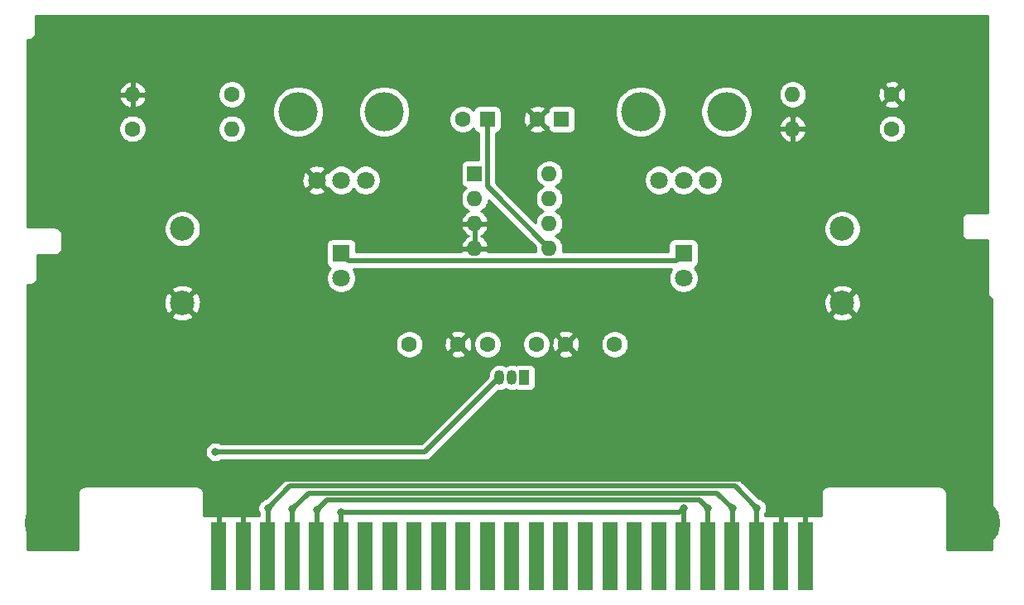
<source format=gbr>
G04 #@! TF.GenerationSoftware,KiCad,Pcbnew,(5.1.7)-1*
G04 #@! TF.CreationDate,2021-05-15T22:17:38-05:00*
G04 #@! TF.ProjectId,ConsolePedalLM386,436f6e73-6f6c-4655-9065-64616c4c4d33,rev?*
G04 #@! TF.SameCoordinates,Original*
G04 #@! TF.FileFunction,Copper,L2,Bot*
G04 #@! TF.FilePolarity,Positive*
%FSLAX46Y46*%
G04 Gerber Fmt 4.6, Leading zero omitted, Abs format (unit mm)*
G04 Created by KiCad (PCBNEW (5.1.7)-1) date 2021-05-15 22:17:38*
%MOMM*%
%LPD*%
G01*
G04 APERTURE LIST*
G04 #@! TA.AperFunction,ComponentPad*
%ADD10R,1.800000X1.800000*%
G04 #@! TD*
G04 #@! TA.AperFunction,ComponentPad*
%ADD11C,1.800000*%
G04 #@! TD*
G04 #@! TA.AperFunction,ConnectorPad*
%ADD12R,1.500000X7.000000*%
G04 #@! TD*
G04 #@! TA.AperFunction,ComponentPad*
%ADD13C,5.000000*%
G04 #@! TD*
G04 #@! TA.AperFunction,ComponentPad*
%ADD14C,1.600000*%
G04 #@! TD*
G04 #@! TA.AperFunction,ComponentPad*
%ADD15O,1.600000X1.600000*%
G04 #@! TD*
G04 #@! TA.AperFunction,ComponentPad*
%ADD16C,2.500000*%
G04 #@! TD*
G04 #@! TA.AperFunction,ComponentPad*
%ADD17O,1.050000X1.500000*%
G04 #@! TD*
G04 #@! TA.AperFunction,ComponentPad*
%ADD18R,1.050000X1.500000*%
G04 #@! TD*
G04 #@! TA.AperFunction,WasherPad*
%ADD19C,4.000000*%
G04 #@! TD*
G04 #@! TA.AperFunction,ComponentPad*
%ADD20R,1.600000X1.600000*%
G04 #@! TD*
G04 #@! TA.AperFunction,ViaPad*
%ADD21C,0.800000*%
G04 #@! TD*
G04 #@! TA.AperFunction,Conductor*
%ADD22C,0.500000*%
G04 #@! TD*
G04 #@! TA.AperFunction,Conductor*
%ADD23C,0.254000*%
G04 #@! TD*
G04 #@! TA.AperFunction,Conductor*
%ADD24C,0.100000*%
G04 #@! TD*
G04 APERTURE END LIST*
D10*
G04 #@! TO.P,D1,1*
G04 #@! TO.N,Net-(D1-Pad1)*
X115250000Y-95000000D03*
D11*
G04 #@! TO.P,D1,2*
G04 #@! TO.N,/LEDPower*
X115250000Y-97540000D03*
G04 #@! TD*
G04 #@! TO.P,D2,2*
G04 #@! TO.N,/LEDPower*
X150250000Y-97540000D03*
D10*
G04 #@! TO.P,D2,1*
G04 #@! TO.N,Net-(D1-Pad1)*
X150250000Y-95000000D03*
G04 #@! TD*
D12*
G04 #@! TO.P,J1,26*
G04 #@! TO.N,GND*
X102715000Y-126000000D03*
G04 #@! TO.P,J1,27*
X105215000Y-126000000D03*
G04 #@! TO.P,J1,28*
G04 #@! TO.N,/Input*
X107715000Y-126000000D03*
G04 #@! TO.P,J1,29*
G04 #@! TO.N,/Output*
X110215000Y-126000000D03*
G04 #@! TO.P,J1,30*
G04 #@! TO.N,+9V*
X112715000Y-126000000D03*
G04 #@! TO.P,J1,31*
G04 #@! TO.N,/LEDPower*
X115215000Y-126000000D03*
G04 #@! TO.P,J1,32*
G04 #@! TO.N,N/C*
X117715000Y-126000000D03*
G04 #@! TO.P,J1,33*
X120215000Y-126000000D03*
G04 #@! TO.P,J1,34*
X122715000Y-126000000D03*
G04 #@! TO.P,J1,35*
X125215000Y-126000000D03*
G04 #@! TO.P,J1,36*
X127715000Y-126000000D03*
G04 #@! TO.P,J1,37*
X130215000Y-126000000D03*
G04 #@! TO.P,J1,38*
X132715000Y-126000000D03*
G04 #@! TO.P,J1,39*
X135215000Y-126000000D03*
G04 #@! TO.P,J1,40*
X137715000Y-126000000D03*
G04 #@! TO.P,J1,41*
X140215000Y-126000000D03*
G04 #@! TO.P,J1,42*
X142715000Y-126000000D03*
G04 #@! TO.P,J1,43*
X145215000Y-126000000D03*
G04 #@! TO.P,J1,44*
X147715000Y-126000000D03*
G04 #@! TO.P,J1,45*
G04 #@! TO.N,/LEDPower*
X150215000Y-126000000D03*
G04 #@! TO.P,J1,46*
G04 #@! TO.N,+9V*
X152715000Y-126000000D03*
G04 #@! TO.P,J1,47*
G04 #@! TO.N,/Output*
X155215000Y-126000000D03*
G04 #@! TO.P,J1,48*
G04 #@! TO.N,/Input*
X157715000Y-126000000D03*
G04 #@! TO.P,J1,49*
G04 #@! TO.N,GND*
X160215000Y-126000000D03*
G04 #@! TO.P,J1,50*
X162715000Y-126000000D03*
G04 #@! TD*
D13*
G04 #@! TO.P,H1,1*
G04 #@! TO.N,GND*
X85350000Y-122600000D03*
G04 #@! TD*
G04 #@! TO.P,H2,1*
G04 #@! TO.N,GND*
X180150000Y-122600000D03*
G04 #@! TD*
D14*
G04 #@! TO.P,R3,1*
G04 #@! TO.N,GND*
X171580000Y-78750000D03*
D15*
G04 #@! TO.P,R3,2*
G04 #@! TO.N,Net-(D1-Pad1)*
X161420000Y-78750000D03*
G04 #@! TD*
D14*
G04 #@! TO.P,C2,2*
G04 #@! TO.N,Net-(C2-Pad2)*
X130215000Y-104286000D03*
G04 #@! TO.P,C2,1*
G04 #@! TO.N,Net-(C2-Pad1)*
X135215000Y-104286000D03*
G04 #@! TD*
G04 #@! TO.P,C3,1*
G04 #@! TO.N,Net-(C3-Pad1)*
X143215000Y-104286000D03*
G04 #@! TO.P,C3,2*
G04 #@! TO.N,GND*
X138215000Y-104286000D03*
G04 #@! TD*
G04 #@! TO.P,C4,1*
G04 #@! TO.N,GND*
X127215000Y-104286000D03*
G04 #@! TO.P,C4,2*
G04 #@! TO.N,Net-(C4-Pad2)*
X122215000Y-104286000D03*
G04 #@! TD*
D16*
G04 #@! TO.P,LS1,2*
G04 #@! TO.N,GND*
X99000000Y-100070000D03*
G04 #@! TO.P,LS1,1*
G04 #@! TO.N,/Output*
X99000000Y-92470000D03*
G04 #@! TD*
G04 #@! TO.P,LS2,1*
G04 #@! TO.N,/Output*
X166500000Y-92470000D03*
G04 #@! TO.P,LS2,2*
G04 #@! TO.N,GND*
X166500000Y-100070000D03*
G04 #@! TD*
D17*
G04 #@! TO.P,Q1,2*
G04 #@! TO.N,Net-(C2-Pad2)*
X132715000Y-107696000D03*
G04 #@! TO.P,Q1,3*
G04 #@! TO.N,/Input*
X131445000Y-107696000D03*
D18*
G04 #@! TO.P,Q1,1*
G04 #@! TO.N,/LEDPower*
X133985000Y-107696000D03*
G04 #@! TD*
D15*
G04 #@! TO.P,R1,2*
G04 #@! TO.N,GND*
X161420000Y-82250000D03*
D14*
G04 #@! TO.P,R1,1*
G04 #@! TO.N,/Input*
X171580000Y-82250000D03*
G04 #@! TD*
G04 #@! TO.P,R4,1*
G04 #@! TO.N,Net-(C2-Pad2)*
X104080000Y-78750000D03*
D15*
G04 #@! TO.P,R4,2*
G04 #@! TO.N,GND*
X93920000Y-78750000D03*
G04 #@! TD*
D14*
G04 #@! TO.P,R5,1*
G04 #@! TO.N,Net-(C5-Pad1)*
X93920000Y-82250000D03*
D15*
G04 #@! TO.P,R5,2*
G04 #@! TO.N,Net-(C4-Pad2)*
X104080000Y-82250000D03*
G04 #@! TD*
D11*
G04 #@! TO.P,RV1,3*
G04 #@! TO.N,GND*
X112750000Y-87500000D03*
G04 #@! TO.P,RV1,2*
G04 #@! TO.N,Net-(RV1-Pad2)*
X115250000Y-87500000D03*
G04 #@! TO.P,RV1,1*
G04 #@! TO.N,Net-(C2-Pad1)*
X117750000Y-87500000D03*
D19*
G04 #@! TO.P,RV1,*
G04 #@! TO.N,*
X110850000Y-80500000D03*
X119650000Y-80500000D03*
G04 #@! TD*
G04 #@! TO.P,RV2,*
G04 #@! TO.N,*
X154650000Y-80500000D03*
X145850000Y-80500000D03*
D11*
G04 #@! TO.P,RV2,1*
G04 #@! TO.N,Net-(RV2-Pad1)*
X152750000Y-87500000D03*
G04 #@! TO.P,RV2,2*
G04 #@! TO.N,Net-(RV2-Pad2)*
X150250000Y-87500000D03*
G04 #@! TO.P,RV2,3*
X147750000Y-87500000D03*
G04 #@! TD*
D20*
G04 #@! TO.P,U1,1*
G04 #@! TO.N,Net-(RV2-Pad2)*
X128905000Y-86868000D03*
D15*
G04 #@! TO.P,U1,5*
G04 #@! TO.N,Net-(C5-Pad1)*
X136525000Y-94488000D03*
G04 #@! TO.P,U1,2*
G04 #@! TO.N,Net-(RV1-Pad2)*
X128905000Y-89408000D03*
G04 #@! TO.P,U1,6*
G04 #@! TO.N,/LEDPower*
X136525000Y-91948000D03*
G04 #@! TO.P,U1,3*
G04 #@! TO.N,GND*
X128905000Y-91948000D03*
G04 #@! TO.P,U1,7*
G04 #@! TO.N,Net-(C3-Pad1)*
X136525000Y-89408000D03*
G04 #@! TO.P,U1,4*
G04 #@! TO.N,GND*
X128905000Y-94488000D03*
G04 #@! TO.P,U1,8*
G04 #@! TO.N,Net-(RV2-Pad1)*
X136525000Y-86868000D03*
G04 #@! TD*
D14*
G04 #@! TO.P,C1,2*
G04 #@! TO.N,GND*
X135295000Y-81280000D03*
D20*
G04 #@! TO.P,C1,1*
G04 #@! TO.N,/LEDPower*
X137795000Y-81280000D03*
G04 #@! TD*
G04 #@! TO.P,C5,1*
G04 #@! TO.N,Net-(C5-Pad1)*
X130195000Y-81280000D03*
D14*
G04 #@! TO.P,C5,2*
G04 #@! TO.N,/Output*
X127695000Y-81280000D03*
G04 #@! TD*
D21*
G04 #@! TO.N,GND*
X105250000Y-120979000D03*
X160250000Y-120988000D03*
X102750000Y-121038000D03*
X162750000Y-120967000D03*
G04 #@! TO.N,/LEDPower*
X115250000Y-121454000D03*
X150250000Y-121073000D03*
G04 #@! TO.N,/Input*
X107750000Y-121066000D03*
X157750000Y-121066000D03*
X102362000Y-115316000D03*
G04 #@! TO.N,/Output*
X110250000Y-121195000D03*
X155250000Y-121068000D03*
G04 #@! TO.N,+9V*
X112750000Y-121235000D03*
X152750000Y-121108000D03*
G04 #@! TD*
D22*
G04 #@! TO.N,GND*
X105250000Y-126000000D02*
X105250000Y-120979000D01*
X160250000Y-126000000D02*
X160250000Y-120988000D01*
X157384969Y-118122969D02*
X160250000Y-120988000D01*
X108106031Y-118122969D02*
X157384969Y-118122969D01*
X105250000Y-120979000D02*
X108106031Y-118122969D01*
X102750000Y-126000000D02*
X102750000Y-121038000D01*
X162750000Y-120967000D02*
X162750000Y-126000000D01*
X162729000Y-120988000D02*
X162750000Y-120967000D01*
X160250000Y-120988000D02*
X162729000Y-120988000D01*
X105191000Y-121038000D02*
X105250000Y-120979000D01*
X102750000Y-121038000D02*
X105191000Y-121038000D01*
G04 #@! TO.N,/LEDPower*
X115250000Y-126000000D02*
X115250000Y-121454000D01*
X150250000Y-121073000D02*
X150250000Y-126000000D01*
X149869000Y-121454000D02*
X150250000Y-121073000D01*
X115250000Y-121454000D02*
X149869000Y-121454000D01*
G04 #@! TO.N,/Input*
X107750000Y-121066000D02*
X107750000Y-126000000D01*
X157750000Y-121066000D02*
X157750000Y-126000000D01*
X155506979Y-118822979D02*
X157750000Y-121066000D01*
X109993021Y-118822979D02*
X155506979Y-118822979D01*
X107750000Y-121066000D02*
X109993021Y-118822979D01*
X123825000Y-115316000D02*
X131445000Y-107696000D01*
X102362000Y-115316000D02*
X123825000Y-115316000D01*
G04 #@! TO.N,/Output*
X110250000Y-121195000D02*
X110250000Y-126000000D01*
X155250000Y-121068000D02*
X155250000Y-126000000D01*
X153704989Y-119522989D02*
X155250000Y-121068000D01*
X111922011Y-119522989D02*
X153704989Y-119522989D01*
X110250000Y-121195000D02*
X111922011Y-119522989D01*
G04 #@! TO.N,+9V*
X112750000Y-121235000D02*
X112750000Y-126000000D01*
X152750000Y-121108000D02*
X152750000Y-126000000D01*
X151864999Y-120222999D02*
X152750000Y-121108000D01*
X113762001Y-120222999D02*
X151864999Y-120222999D01*
X112750000Y-121235000D02*
X113762001Y-120222999D01*
G04 #@! TO.N,Net-(D1-Pad1)*
X149511999Y-95738001D02*
X150250000Y-95000000D01*
X115988001Y-95738001D02*
X149511999Y-95738001D01*
X115250000Y-95000000D02*
X115988001Y-95738001D01*
G04 #@! TO.N,Net-(C5-Pad1)*
X130195000Y-88158000D02*
X136525000Y-94488000D01*
X130195000Y-81280000D02*
X130195000Y-88158000D01*
G04 #@! TD*
D23*
G04 #@! TO.N,GND*
X181323001Y-90823000D02*
X179433252Y-90823000D01*
X179400000Y-90819725D01*
X179366748Y-90823000D01*
X179267285Y-90832796D01*
X179139670Y-90871508D01*
X179022059Y-90934372D01*
X178918973Y-91018973D01*
X178834372Y-91122059D01*
X178771508Y-91239670D01*
X178732796Y-91367285D01*
X178719725Y-91500000D01*
X178723001Y-91533262D01*
X178723000Y-92966747D01*
X178719725Y-93000000D01*
X178732796Y-93132715D01*
X178771508Y-93260330D01*
X178834372Y-93377941D01*
X178918973Y-93481027D01*
X179022059Y-93565628D01*
X179139670Y-93628492D01*
X179267285Y-93667204D01*
X179400000Y-93680275D01*
X179433252Y-93677000D01*
X181323000Y-93677000D01*
X181323001Y-98966738D01*
X181319725Y-99000000D01*
X181332796Y-99132715D01*
X181371508Y-99260330D01*
X181434372Y-99377941D01*
X181518973Y-99481027D01*
X181622059Y-99565628D01*
X181739670Y-99628492D01*
X181823001Y-99653770D01*
X181823000Y-125323000D01*
X177177000Y-125323000D01*
X177177000Y-119533252D01*
X177180275Y-119500000D01*
X177167204Y-119367285D01*
X177128492Y-119239670D01*
X177065628Y-119122059D01*
X176981027Y-119018973D01*
X176877941Y-118934372D01*
X176760330Y-118871508D01*
X176632715Y-118832796D01*
X176533252Y-118823000D01*
X176500000Y-118819725D01*
X176466748Y-118823000D01*
X165033252Y-118823000D01*
X165000000Y-118819725D01*
X164966748Y-118823000D01*
X164867285Y-118832796D01*
X164739670Y-118871508D01*
X164622059Y-118934372D01*
X164518973Y-119018973D01*
X164434372Y-119122059D01*
X164371508Y-119239670D01*
X164332796Y-119367285D01*
X164319725Y-119500000D01*
X164323001Y-119533262D01*
X164323001Y-121793000D01*
X158627000Y-121793000D01*
X158627000Y-121602027D01*
X158660115Y-121552467D01*
X158737533Y-121365565D01*
X158777000Y-121167151D01*
X158777000Y-120964849D01*
X158737533Y-120766435D01*
X158660115Y-120579533D01*
X158547723Y-120411326D01*
X158404674Y-120268277D01*
X158236467Y-120155885D01*
X158049565Y-120078467D01*
X157991103Y-120066838D01*
X156157576Y-118233311D01*
X156130112Y-118199846D01*
X155996571Y-118090252D01*
X155844216Y-118008817D01*
X155678901Y-117958669D01*
X155550058Y-117945979D01*
X155506979Y-117941736D01*
X155463900Y-117945979D01*
X110036100Y-117945979D01*
X109993021Y-117941736D01*
X109821098Y-117958669D01*
X109655784Y-118008817D01*
X109503429Y-118090252D01*
X109369888Y-118199846D01*
X109342424Y-118233311D01*
X107508897Y-120066838D01*
X107450435Y-120078467D01*
X107263533Y-120155885D01*
X107095326Y-120268277D01*
X106952277Y-120411326D01*
X106839885Y-120579533D01*
X106762467Y-120766435D01*
X106723000Y-120964849D01*
X106723000Y-121167151D01*
X106762467Y-121365565D01*
X106839885Y-121552467D01*
X106873000Y-121602027D01*
X106873000Y-121793000D01*
X101177000Y-121793000D01*
X101177000Y-119533252D01*
X101180275Y-119500000D01*
X101167204Y-119367285D01*
X101128492Y-119239670D01*
X101065628Y-119122059D01*
X100981027Y-119018973D01*
X100877941Y-118934372D01*
X100760330Y-118871508D01*
X100632715Y-118832796D01*
X100533252Y-118823000D01*
X100500000Y-118819725D01*
X100466748Y-118823000D01*
X89033252Y-118823000D01*
X89000000Y-118819725D01*
X88966748Y-118823000D01*
X88867285Y-118832796D01*
X88739670Y-118871508D01*
X88622059Y-118934372D01*
X88518973Y-119018973D01*
X88434372Y-119122059D01*
X88371508Y-119239670D01*
X88332796Y-119367285D01*
X88319725Y-119500000D01*
X88323000Y-119533252D01*
X88323001Y-125323000D01*
X83177000Y-125323000D01*
X83177000Y-115214849D01*
X101335000Y-115214849D01*
X101335000Y-115417151D01*
X101374467Y-115615565D01*
X101451885Y-115802467D01*
X101564277Y-115970674D01*
X101707326Y-116113723D01*
X101875533Y-116226115D01*
X102062435Y-116303533D01*
X102260849Y-116343000D01*
X102463151Y-116343000D01*
X102661565Y-116303533D01*
X102848467Y-116226115D01*
X102898027Y-116193000D01*
X123781921Y-116193000D01*
X123825000Y-116197243D01*
X123868079Y-116193000D01*
X123996922Y-116180310D01*
X124162237Y-116130162D01*
X124314592Y-116048727D01*
X124448133Y-115939133D01*
X124475597Y-115905668D01*
X131315450Y-109065815D01*
X131445000Y-109078574D01*
X131670830Y-109056332D01*
X131887983Y-108990459D01*
X132080000Y-108887825D01*
X132272016Y-108990459D01*
X132489169Y-109056332D01*
X132715000Y-109078574D01*
X132940830Y-109056332D01*
X133151948Y-108992290D01*
X133218897Y-109028075D01*
X133337087Y-109063927D01*
X133460000Y-109076033D01*
X134510000Y-109076033D01*
X134632913Y-109063927D01*
X134751103Y-109028075D01*
X134860028Y-108969853D01*
X134955501Y-108891501D01*
X135033853Y-108796028D01*
X135092075Y-108687103D01*
X135127927Y-108568913D01*
X135140033Y-108446000D01*
X135140033Y-106946000D01*
X135127927Y-106823087D01*
X135092075Y-106704897D01*
X135033853Y-106595972D01*
X134955501Y-106500499D01*
X134860028Y-106422147D01*
X134751103Y-106363925D01*
X134632913Y-106328073D01*
X134510000Y-106315967D01*
X133460000Y-106315967D01*
X133337087Y-106328073D01*
X133218897Y-106363925D01*
X133151948Y-106399710D01*
X132940831Y-106335668D01*
X132715000Y-106313426D01*
X132489170Y-106335668D01*
X132272017Y-106401541D01*
X132080000Y-106504175D01*
X131887984Y-106401541D01*
X131670831Y-106335668D01*
X131445000Y-106313426D01*
X131219170Y-106335668D01*
X131002017Y-106401541D01*
X130801887Y-106508512D01*
X130626473Y-106652472D01*
X130482513Y-106827886D01*
X130375541Y-107028016D01*
X130309668Y-107245169D01*
X130293000Y-107414405D01*
X130293000Y-107607735D01*
X123461735Y-114439000D01*
X102898027Y-114439000D01*
X102848467Y-114405885D01*
X102661565Y-114328467D01*
X102463151Y-114289000D01*
X102260849Y-114289000D01*
X102062435Y-114328467D01*
X101875533Y-114405885D01*
X101707326Y-114518277D01*
X101564277Y-114661326D01*
X101451885Y-114829533D01*
X101374467Y-115016435D01*
X101335000Y-115214849D01*
X83177000Y-115214849D01*
X83177000Y-104145453D01*
X120788000Y-104145453D01*
X120788000Y-104426547D01*
X120842838Y-104702241D01*
X120950409Y-104961938D01*
X121106576Y-105195660D01*
X121305340Y-105394424D01*
X121539062Y-105550591D01*
X121798759Y-105658162D01*
X122074453Y-105713000D01*
X122355547Y-105713000D01*
X122631241Y-105658162D01*
X122890938Y-105550591D01*
X123124660Y-105394424D01*
X123240382Y-105278702D01*
X126401903Y-105278702D01*
X126473486Y-105522671D01*
X126728996Y-105643571D01*
X127003184Y-105712300D01*
X127285512Y-105726217D01*
X127565130Y-105684787D01*
X127831292Y-105589603D01*
X127956514Y-105522671D01*
X128028097Y-105278702D01*
X127215000Y-104465605D01*
X126401903Y-105278702D01*
X123240382Y-105278702D01*
X123323424Y-105195660D01*
X123479591Y-104961938D01*
X123587162Y-104702241D01*
X123642000Y-104426547D01*
X123642000Y-104356512D01*
X125774783Y-104356512D01*
X125816213Y-104636130D01*
X125911397Y-104902292D01*
X125978329Y-105027514D01*
X126222298Y-105099097D01*
X127035395Y-104286000D01*
X127394605Y-104286000D01*
X128207702Y-105099097D01*
X128451671Y-105027514D01*
X128572571Y-104772004D01*
X128641300Y-104497816D01*
X128655217Y-104215488D01*
X128644841Y-104145453D01*
X128788000Y-104145453D01*
X128788000Y-104426547D01*
X128842838Y-104702241D01*
X128950409Y-104961938D01*
X129106576Y-105195660D01*
X129305340Y-105394424D01*
X129539062Y-105550591D01*
X129798759Y-105658162D01*
X130074453Y-105713000D01*
X130355547Y-105713000D01*
X130631241Y-105658162D01*
X130890938Y-105550591D01*
X131124660Y-105394424D01*
X131323424Y-105195660D01*
X131479591Y-104961938D01*
X131587162Y-104702241D01*
X131642000Y-104426547D01*
X131642000Y-104145453D01*
X133788000Y-104145453D01*
X133788000Y-104426547D01*
X133842838Y-104702241D01*
X133950409Y-104961938D01*
X134106576Y-105195660D01*
X134305340Y-105394424D01*
X134539062Y-105550591D01*
X134798759Y-105658162D01*
X135074453Y-105713000D01*
X135355547Y-105713000D01*
X135631241Y-105658162D01*
X135890938Y-105550591D01*
X136124660Y-105394424D01*
X136240382Y-105278702D01*
X137401903Y-105278702D01*
X137473486Y-105522671D01*
X137728996Y-105643571D01*
X138003184Y-105712300D01*
X138285512Y-105726217D01*
X138565130Y-105684787D01*
X138831292Y-105589603D01*
X138956514Y-105522671D01*
X139028097Y-105278702D01*
X138215000Y-104465605D01*
X137401903Y-105278702D01*
X136240382Y-105278702D01*
X136323424Y-105195660D01*
X136479591Y-104961938D01*
X136587162Y-104702241D01*
X136642000Y-104426547D01*
X136642000Y-104356512D01*
X136774783Y-104356512D01*
X136816213Y-104636130D01*
X136911397Y-104902292D01*
X136978329Y-105027514D01*
X137222298Y-105099097D01*
X138035395Y-104286000D01*
X138394605Y-104286000D01*
X139207702Y-105099097D01*
X139451671Y-105027514D01*
X139572571Y-104772004D01*
X139641300Y-104497816D01*
X139655217Y-104215488D01*
X139644841Y-104145453D01*
X141788000Y-104145453D01*
X141788000Y-104426547D01*
X141842838Y-104702241D01*
X141950409Y-104961938D01*
X142106576Y-105195660D01*
X142305340Y-105394424D01*
X142539062Y-105550591D01*
X142798759Y-105658162D01*
X143074453Y-105713000D01*
X143355547Y-105713000D01*
X143631241Y-105658162D01*
X143890938Y-105550591D01*
X144124660Y-105394424D01*
X144323424Y-105195660D01*
X144479591Y-104961938D01*
X144587162Y-104702241D01*
X144642000Y-104426547D01*
X144642000Y-104145453D01*
X144587162Y-103869759D01*
X144479591Y-103610062D01*
X144323424Y-103376340D01*
X144124660Y-103177576D01*
X143890938Y-103021409D01*
X143631241Y-102913838D01*
X143355547Y-102859000D01*
X143074453Y-102859000D01*
X142798759Y-102913838D01*
X142539062Y-103021409D01*
X142305340Y-103177576D01*
X142106576Y-103376340D01*
X141950409Y-103610062D01*
X141842838Y-103869759D01*
X141788000Y-104145453D01*
X139644841Y-104145453D01*
X139613787Y-103935870D01*
X139518603Y-103669708D01*
X139451671Y-103544486D01*
X139207702Y-103472903D01*
X138394605Y-104286000D01*
X138035395Y-104286000D01*
X137222298Y-103472903D01*
X136978329Y-103544486D01*
X136857429Y-103799996D01*
X136788700Y-104074184D01*
X136774783Y-104356512D01*
X136642000Y-104356512D01*
X136642000Y-104145453D01*
X136587162Y-103869759D01*
X136479591Y-103610062D01*
X136323424Y-103376340D01*
X136240382Y-103293298D01*
X137401903Y-103293298D01*
X138215000Y-104106395D01*
X139028097Y-103293298D01*
X138956514Y-103049329D01*
X138701004Y-102928429D01*
X138426816Y-102859700D01*
X138144488Y-102845783D01*
X137864870Y-102887213D01*
X137598708Y-102982397D01*
X137473486Y-103049329D01*
X137401903Y-103293298D01*
X136240382Y-103293298D01*
X136124660Y-103177576D01*
X135890938Y-103021409D01*
X135631241Y-102913838D01*
X135355547Y-102859000D01*
X135074453Y-102859000D01*
X134798759Y-102913838D01*
X134539062Y-103021409D01*
X134305340Y-103177576D01*
X134106576Y-103376340D01*
X133950409Y-103610062D01*
X133842838Y-103869759D01*
X133788000Y-104145453D01*
X131642000Y-104145453D01*
X131587162Y-103869759D01*
X131479591Y-103610062D01*
X131323424Y-103376340D01*
X131124660Y-103177576D01*
X130890938Y-103021409D01*
X130631241Y-102913838D01*
X130355547Y-102859000D01*
X130074453Y-102859000D01*
X129798759Y-102913838D01*
X129539062Y-103021409D01*
X129305340Y-103177576D01*
X129106576Y-103376340D01*
X128950409Y-103610062D01*
X128842838Y-103869759D01*
X128788000Y-104145453D01*
X128644841Y-104145453D01*
X128613787Y-103935870D01*
X128518603Y-103669708D01*
X128451671Y-103544486D01*
X128207702Y-103472903D01*
X127394605Y-104286000D01*
X127035395Y-104286000D01*
X126222298Y-103472903D01*
X125978329Y-103544486D01*
X125857429Y-103799996D01*
X125788700Y-104074184D01*
X125774783Y-104356512D01*
X123642000Y-104356512D01*
X123642000Y-104145453D01*
X123587162Y-103869759D01*
X123479591Y-103610062D01*
X123323424Y-103376340D01*
X123240382Y-103293298D01*
X126401903Y-103293298D01*
X127215000Y-104106395D01*
X128028097Y-103293298D01*
X127956514Y-103049329D01*
X127701004Y-102928429D01*
X127426816Y-102859700D01*
X127144488Y-102845783D01*
X126864870Y-102887213D01*
X126598708Y-102982397D01*
X126473486Y-103049329D01*
X126401903Y-103293298D01*
X123240382Y-103293298D01*
X123124660Y-103177576D01*
X122890938Y-103021409D01*
X122631241Y-102913838D01*
X122355547Y-102859000D01*
X122074453Y-102859000D01*
X121798759Y-102913838D01*
X121539062Y-103021409D01*
X121305340Y-103177576D01*
X121106576Y-103376340D01*
X120950409Y-103610062D01*
X120842838Y-103869759D01*
X120788000Y-104145453D01*
X83177000Y-104145453D01*
X83177000Y-101383605D01*
X97866000Y-101383605D01*
X97991914Y-101673577D01*
X98324126Y-101839433D01*
X98682312Y-101937290D01*
X99052706Y-101963389D01*
X99421075Y-101916725D01*
X99773262Y-101799094D01*
X100008086Y-101673577D01*
X100134000Y-101383605D01*
X165366000Y-101383605D01*
X165491914Y-101673577D01*
X165824126Y-101839433D01*
X166182312Y-101937290D01*
X166552706Y-101963389D01*
X166921075Y-101916725D01*
X167273262Y-101799094D01*
X167508086Y-101673577D01*
X167634000Y-101383605D01*
X166500000Y-100249605D01*
X165366000Y-101383605D01*
X100134000Y-101383605D01*
X99000000Y-100249605D01*
X97866000Y-101383605D01*
X83177000Y-101383605D01*
X83177000Y-100122706D01*
X97106611Y-100122706D01*
X97153275Y-100491075D01*
X97270906Y-100843262D01*
X97396423Y-101078086D01*
X97686395Y-101204000D01*
X98820395Y-100070000D01*
X99179605Y-100070000D01*
X100313605Y-101204000D01*
X100603577Y-101078086D01*
X100769433Y-100745874D01*
X100867290Y-100387688D01*
X100885961Y-100122706D01*
X164606611Y-100122706D01*
X164653275Y-100491075D01*
X164770906Y-100843262D01*
X164896423Y-101078086D01*
X165186395Y-101204000D01*
X166320395Y-100070000D01*
X166679605Y-100070000D01*
X167813605Y-101204000D01*
X168103577Y-101078086D01*
X168269433Y-100745874D01*
X168367290Y-100387688D01*
X168393389Y-100017294D01*
X168346725Y-99648925D01*
X168229094Y-99296738D01*
X168103577Y-99061914D01*
X167813605Y-98936000D01*
X166679605Y-100070000D01*
X166320395Y-100070000D01*
X165186395Y-98936000D01*
X164896423Y-99061914D01*
X164730567Y-99394126D01*
X164632710Y-99752312D01*
X164606611Y-100122706D01*
X100885961Y-100122706D01*
X100893389Y-100017294D01*
X100846725Y-99648925D01*
X100729094Y-99296738D01*
X100603577Y-99061914D01*
X100313605Y-98936000D01*
X99179605Y-100070000D01*
X98820395Y-100070000D01*
X97686395Y-98936000D01*
X97396423Y-99061914D01*
X97230567Y-99394126D01*
X97132710Y-99752312D01*
X97106611Y-100122706D01*
X83177000Y-100122706D01*
X83177000Y-98756395D01*
X97866000Y-98756395D01*
X99000000Y-99890395D01*
X100134000Y-98756395D01*
X100008086Y-98466423D01*
X99675874Y-98300567D01*
X99317688Y-98202710D01*
X98947294Y-98176611D01*
X98578925Y-98223275D01*
X98226738Y-98340906D01*
X97991914Y-98466423D01*
X97866000Y-98756395D01*
X83177000Y-98756395D01*
X83177000Y-98177000D01*
X83466748Y-98177000D01*
X83500000Y-98180275D01*
X83533252Y-98177000D01*
X83632715Y-98167204D01*
X83760330Y-98128492D01*
X83877941Y-98065628D01*
X83981027Y-97981027D01*
X84065628Y-97877941D01*
X84128492Y-97760330D01*
X84167204Y-97632715D01*
X84180275Y-97500000D01*
X84177000Y-97466748D01*
X84177000Y-95177000D01*
X85966748Y-95177000D01*
X86000000Y-95180275D01*
X86033252Y-95177000D01*
X86132715Y-95167204D01*
X86260330Y-95128492D01*
X86377941Y-95065628D01*
X86481027Y-94981027D01*
X86565628Y-94877941D01*
X86628492Y-94760330D01*
X86667204Y-94632715D01*
X86680275Y-94500000D01*
X86677000Y-94466748D01*
X86677000Y-93033251D01*
X86680275Y-93000000D01*
X86667204Y-92867285D01*
X86628492Y-92739670D01*
X86565628Y-92622059D01*
X86481027Y-92518973D01*
X86377941Y-92434372D01*
X86260330Y-92371508D01*
X86132715Y-92332796D01*
X86033252Y-92323000D01*
X86000000Y-92319725D01*
X85966748Y-92323000D01*
X83177000Y-92323000D01*
X83177000Y-92285132D01*
X97123000Y-92285132D01*
X97123000Y-92654868D01*
X97195132Y-93017501D01*
X97336624Y-93359093D01*
X97542039Y-93666518D01*
X97803482Y-93927961D01*
X98110907Y-94133376D01*
X98452499Y-94274868D01*
X98815132Y-94347000D01*
X99184868Y-94347000D01*
X99547501Y-94274868D01*
X99889093Y-94133376D01*
X99939043Y-94100000D01*
X113719967Y-94100000D01*
X113719967Y-95900000D01*
X113732073Y-96022913D01*
X113767925Y-96141103D01*
X113826147Y-96250028D01*
X113904499Y-96345501D01*
X113999972Y-96423853D01*
X114108897Y-96482075D01*
X114139221Y-96491274D01*
X114063901Y-96566594D01*
X113896790Y-96816694D01*
X113781681Y-97094590D01*
X113723000Y-97389604D01*
X113723000Y-97690396D01*
X113781681Y-97985410D01*
X113896790Y-98263306D01*
X114063901Y-98513406D01*
X114276594Y-98726099D01*
X114526694Y-98893210D01*
X114804590Y-99008319D01*
X115099604Y-99067000D01*
X115400396Y-99067000D01*
X115695410Y-99008319D01*
X115973306Y-98893210D01*
X116223406Y-98726099D01*
X116436099Y-98513406D01*
X116603210Y-98263306D01*
X116718319Y-97985410D01*
X116777000Y-97690396D01*
X116777000Y-97389604D01*
X116718319Y-97094590D01*
X116603210Y-96816694D01*
X116468443Y-96615001D01*
X149031557Y-96615001D01*
X148896790Y-96816694D01*
X148781681Y-97094590D01*
X148723000Y-97389604D01*
X148723000Y-97690396D01*
X148781681Y-97985410D01*
X148896790Y-98263306D01*
X149063901Y-98513406D01*
X149276594Y-98726099D01*
X149526694Y-98893210D01*
X149804590Y-99008319D01*
X150099604Y-99067000D01*
X150400396Y-99067000D01*
X150695410Y-99008319D01*
X150973306Y-98893210D01*
X151178064Y-98756395D01*
X165366000Y-98756395D01*
X166500000Y-99890395D01*
X167634000Y-98756395D01*
X167508086Y-98466423D01*
X167175874Y-98300567D01*
X166817688Y-98202710D01*
X166447294Y-98176611D01*
X166078925Y-98223275D01*
X165726738Y-98340906D01*
X165491914Y-98466423D01*
X165366000Y-98756395D01*
X151178064Y-98756395D01*
X151223406Y-98726099D01*
X151436099Y-98513406D01*
X151603210Y-98263306D01*
X151718319Y-97985410D01*
X151777000Y-97690396D01*
X151777000Y-97389604D01*
X151718319Y-97094590D01*
X151603210Y-96816694D01*
X151436099Y-96566594D01*
X151360779Y-96491274D01*
X151391103Y-96482075D01*
X151500028Y-96423853D01*
X151595501Y-96345501D01*
X151673853Y-96250028D01*
X151732075Y-96141103D01*
X151767927Y-96022913D01*
X151780033Y-95900000D01*
X151780033Y-94100000D01*
X151767927Y-93977087D01*
X151732075Y-93858897D01*
X151673853Y-93749972D01*
X151595501Y-93654499D01*
X151500028Y-93576147D01*
X151391103Y-93517925D01*
X151272913Y-93482073D01*
X151150000Y-93469967D01*
X149350000Y-93469967D01*
X149227087Y-93482073D01*
X149108897Y-93517925D01*
X148999972Y-93576147D01*
X148904499Y-93654499D01*
X148826147Y-93749972D01*
X148767925Y-93858897D01*
X148732073Y-93977087D01*
X148719967Y-94100000D01*
X148719967Y-94861001D01*
X137905763Y-94861001D01*
X137952000Y-94628547D01*
X137952000Y-94347453D01*
X137897162Y-94071759D01*
X137789591Y-93812062D01*
X137633424Y-93578340D01*
X137434660Y-93379576D01*
X137200938Y-93223409D01*
X137187880Y-93218000D01*
X137200938Y-93212591D01*
X137434660Y-93056424D01*
X137633424Y-92857660D01*
X137789591Y-92623938D01*
X137897162Y-92364241D01*
X137912897Y-92285132D01*
X164623000Y-92285132D01*
X164623000Y-92654868D01*
X164695132Y-93017501D01*
X164836624Y-93359093D01*
X165042039Y-93666518D01*
X165303482Y-93927961D01*
X165610907Y-94133376D01*
X165952499Y-94274868D01*
X166315132Y-94347000D01*
X166684868Y-94347000D01*
X167047501Y-94274868D01*
X167389093Y-94133376D01*
X167696518Y-93927961D01*
X167957961Y-93666518D01*
X168163376Y-93359093D01*
X168304868Y-93017501D01*
X168377000Y-92654868D01*
X168377000Y-92285132D01*
X168304868Y-91922499D01*
X168163376Y-91580907D01*
X167957961Y-91273482D01*
X167696518Y-91012039D01*
X167389093Y-90806624D01*
X167047501Y-90665132D01*
X166684868Y-90593000D01*
X166315132Y-90593000D01*
X165952499Y-90665132D01*
X165610907Y-90806624D01*
X165303482Y-91012039D01*
X165042039Y-91273482D01*
X164836624Y-91580907D01*
X164695132Y-91922499D01*
X164623000Y-92285132D01*
X137912897Y-92285132D01*
X137952000Y-92088547D01*
X137952000Y-91807453D01*
X137897162Y-91531759D01*
X137789591Y-91272062D01*
X137633424Y-91038340D01*
X137434660Y-90839576D01*
X137200938Y-90683409D01*
X137187880Y-90678000D01*
X137200938Y-90672591D01*
X137434660Y-90516424D01*
X137633424Y-90317660D01*
X137789591Y-90083938D01*
X137897162Y-89824241D01*
X137952000Y-89548547D01*
X137952000Y-89267453D01*
X137897162Y-88991759D01*
X137789591Y-88732062D01*
X137633424Y-88498340D01*
X137434660Y-88299576D01*
X137200938Y-88143409D01*
X137187880Y-88138000D01*
X137200938Y-88132591D01*
X137434660Y-87976424D01*
X137633424Y-87777660D01*
X137789591Y-87543938D01*
X137870087Y-87349604D01*
X146223000Y-87349604D01*
X146223000Y-87650396D01*
X146281681Y-87945410D01*
X146396790Y-88223306D01*
X146563901Y-88473406D01*
X146776594Y-88686099D01*
X147026694Y-88853210D01*
X147304590Y-88968319D01*
X147599604Y-89027000D01*
X147900396Y-89027000D01*
X148195410Y-88968319D01*
X148473306Y-88853210D01*
X148723406Y-88686099D01*
X148936099Y-88473406D01*
X149000000Y-88377771D01*
X149063901Y-88473406D01*
X149276594Y-88686099D01*
X149526694Y-88853210D01*
X149804590Y-88968319D01*
X150099604Y-89027000D01*
X150400396Y-89027000D01*
X150695410Y-88968319D01*
X150973306Y-88853210D01*
X151223406Y-88686099D01*
X151436099Y-88473406D01*
X151500000Y-88377771D01*
X151563901Y-88473406D01*
X151776594Y-88686099D01*
X152026694Y-88853210D01*
X152304590Y-88968319D01*
X152599604Y-89027000D01*
X152900396Y-89027000D01*
X153195410Y-88968319D01*
X153473306Y-88853210D01*
X153723406Y-88686099D01*
X153936099Y-88473406D01*
X154103210Y-88223306D01*
X154218319Y-87945410D01*
X154277000Y-87650396D01*
X154277000Y-87349604D01*
X154218319Y-87054590D01*
X154103210Y-86776694D01*
X153936099Y-86526594D01*
X153723406Y-86313901D01*
X153473306Y-86146790D01*
X153195410Y-86031681D01*
X152900396Y-85973000D01*
X152599604Y-85973000D01*
X152304590Y-86031681D01*
X152026694Y-86146790D01*
X151776594Y-86313901D01*
X151563901Y-86526594D01*
X151500000Y-86622229D01*
X151436099Y-86526594D01*
X151223406Y-86313901D01*
X150973306Y-86146790D01*
X150695410Y-86031681D01*
X150400396Y-85973000D01*
X150099604Y-85973000D01*
X149804590Y-86031681D01*
X149526694Y-86146790D01*
X149276594Y-86313901D01*
X149063901Y-86526594D01*
X149000000Y-86622229D01*
X148936099Y-86526594D01*
X148723406Y-86313901D01*
X148473306Y-86146790D01*
X148195410Y-86031681D01*
X147900396Y-85973000D01*
X147599604Y-85973000D01*
X147304590Y-86031681D01*
X147026694Y-86146790D01*
X146776594Y-86313901D01*
X146563901Y-86526594D01*
X146396790Y-86776694D01*
X146281681Y-87054590D01*
X146223000Y-87349604D01*
X137870087Y-87349604D01*
X137897162Y-87284241D01*
X137952000Y-87008547D01*
X137952000Y-86727453D01*
X137897162Y-86451759D01*
X137789591Y-86192062D01*
X137633424Y-85958340D01*
X137434660Y-85759576D01*
X137200938Y-85603409D01*
X136941241Y-85495838D01*
X136665547Y-85441000D01*
X136384453Y-85441000D01*
X136108759Y-85495838D01*
X135849062Y-85603409D01*
X135615340Y-85759576D01*
X135416576Y-85958340D01*
X135260409Y-86192062D01*
X135152838Y-86451759D01*
X135098000Y-86727453D01*
X135098000Y-87008547D01*
X135152838Y-87284241D01*
X135260409Y-87543938D01*
X135416576Y-87777660D01*
X135615340Y-87976424D01*
X135849062Y-88132591D01*
X135862120Y-88138000D01*
X135849062Y-88143409D01*
X135615340Y-88299576D01*
X135416576Y-88498340D01*
X135260409Y-88732062D01*
X135152838Y-88991759D01*
X135098000Y-89267453D01*
X135098000Y-89548547D01*
X135152838Y-89824241D01*
X135260409Y-90083938D01*
X135416576Y-90317660D01*
X135615340Y-90516424D01*
X135849062Y-90672591D01*
X135862120Y-90678000D01*
X135849062Y-90683409D01*
X135615340Y-90839576D01*
X135416576Y-91038340D01*
X135260409Y-91272062D01*
X135152838Y-91531759D01*
X135098000Y-91807453D01*
X135098000Y-91820734D01*
X131072000Y-87794735D01*
X131072000Y-82702449D01*
X131117913Y-82697927D01*
X131236103Y-82662075D01*
X131345028Y-82603853D01*
X131440501Y-82525501D01*
X131518853Y-82430028D01*
X131577075Y-82321103D01*
X131591757Y-82272702D01*
X134481903Y-82272702D01*
X134553486Y-82516671D01*
X134808996Y-82637571D01*
X135083184Y-82706300D01*
X135365512Y-82720217D01*
X135645130Y-82678787D01*
X135911292Y-82583603D01*
X136036514Y-82516671D01*
X136108097Y-82272702D01*
X135295000Y-81459605D01*
X134481903Y-82272702D01*
X131591757Y-82272702D01*
X131612927Y-82202913D01*
X131625033Y-82080000D01*
X131625033Y-81350512D01*
X133854783Y-81350512D01*
X133896213Y-81630130D01*
X133991397Y-81896292D01*
X134058329Y-82021514D01*
X134302298Y-82093097D01*
X135115395Y-81280000D01*
X135474605Y-81280000D01*
X136287702Y-82093097D01*
X136364967Y-82070427D01*
X136364967Y-82080000D01*
X136377073Y-82202913D01*
X136412925Y-82321103D01*
X136471147Y-82430028D01*
X136549499Y-82525501D01*
X136644972Y-82603853D01*
X136753897Y-82662075D01*
X136872087Y-82697927D01*
X136995000Y-82710033D01*
X138595000Y-82710033D01*
X138717913Y-82697927D01*
X138836103Y-82662075D01*
X138945028Y-82603853D01*
X139040501Y-82525501D01*
X139118853Y-82430028D01*
X139177075Y-82321103D01*
X139212927Y-82202913D01*
X139225033Y-82080000D01*
X139225033Y-80480000D01*
X139212927Y-80357087D01*
X139177793Y-80241263D01*
X143223000Y-80241263D01*
X143223000Y-80758737D01*
X143323954Y-81266268D01*
X143521983Y-81744351D01*
X143809476Y-82174615D01*
X144175385Y-82540524D01*
X144605649Y-82828017D01*
X145083732Y-83026046D01*
X145591263Y-83127000D01*
X146108737Y-83127000D01*
X146616268Y-83026046D01*
X147094351Y-82828017D01*
X147524615Y-82540524D01*
X147890524Y-82174615D01*
X148178017Y-81744351D01*
X148376046Y-81266268D01*
X148477000Y-80758737D01*
X148477000Y-80241263D01*
X152023000Y-80241263D01*
X152023000Y-80758737D01*
X152123954Y-81266268D01*
X152321983Y-81744351D01*
X152609476Y-82174615D01*
X152975385Y-82540524D01*
X153405649Y-82828017D01*
X153883732Y-83026046D01*
X154391263Y-83127000D01*
X154908737Y-83127000D01*
X155416268Y-83026046D01*
X155894351Y-82828017D01*
X156237041Y-82599039D01*
X160028096Y-82599039D01*
X160068754Y-82733087D01*
X160188963Y-82987420D01*
X160356481Y-83213414D01*
X160564869Y-83402385D01*
X160806119Y-83547070D01*
X161070960Y-83641909D01*
X161293000Y-83520624D01*
X161293000Y-82377000D01*
X161547000Y-82377000D01*
X161547000Y-83520624D01*
X161769040Y-83641909D01*
X162033881Y-83547070D01*
X162275131Y-83402385D01*
X162483519Y-83213414D01*
X162651037Y-82987420D01*
X162771246Y-82733087D01*
X162811904Y-82599039D01*
X162689915Y-82377000D01*
X161547000Y-82377000D01*
X161293000Y-82377000D01*
X160150085Y-82377000D01*
X160028096Y-82599039D01*
X156237041Y-82599039D01*
X156324615Y-82540524D01*
X156690524Y-82174615D01*
X156873373Y-81900961D01*
X160028096Y-81900961D01*
X160150085Y-82123000D01*
X161293000Y-82123000D01*
X161293000Y-80979376D01*
X161547000Y-80979376D01*
X161547000Y-82123000D01*
X162689915Y-82123000D01*
X162697357Y-82109453D01*
X170153000Y-82109453D01*
X170153000Y-82390547D01*
X170207838Y-82666241D01*
X170315409Y-82925938D01*
X170471576Y-83159660D01*
X170670340Y-83358424D01*
X170904062Y-83514591D01*
X171163759Y-83622162D01*
X171439453Y-83677000D01*
X171720547Y-83677000D01*
X171996241Y-83622162D01*
X172255938Y-83514591D01*
X172489660Y-83358424D01*
X172688424Y-83159660D01*
X172844591Y-82925938D01*
X172952162Y-82666241D01*
X173007000Y-82390547D01*
X173007000Y-82109453D01*
X172952162Y-81833759D01*
X172844591Y-81574062D01*
X172688424Y-81340340D01*
X172489660Y-81141576D01*
X172255938Y-80985409D01*
X171996241Y-80877838D01*
X171720547Y-80823000D01*
X171439453Y-80823000D01*
X171163759Y-80877838D01*
X170904062Y-80985409D01*
X170670340Y-81141576D01*
X170471576Y-81340340D01*
X170315409Y-81574062D01*
X170207838Y-81833759D01*
X170153000Y-82109453D01*
X162697357Y-82109453D01*
X162811904Y-81900961D01*
X162771246Y-81766913D01*
X162651037Y-81512580D01*
X162483519Y-81286586D01*
X162275131Y-81097615D01*
X162033881Y-80952930D01*
X161769040Y-80858091D01*
X161547000Y-80979376D01*
X161293000Y-80979376D01*
X161070960Y-80858091D01*
X160806119Y-80952930D01*
X160564869Y-81097615D01*
X160356481Y-81286586D01*
X160188963Y-81512580D01*
X160068754Y-81766913D01*
X160028096Y-81900961D01*
X156873373Y-81900961D01*
X156978017Y-81744351D01*
X157176046Y-81266268D01*
X157277000Y-80758737D01*
X157277000Y-80241263D01*
X157176046Y-79733732D01*
X156978017Y-79255649D01*
X156690524Y-78825385D01*
X156474592Y-78609453D01*
X159993000Y-78609453D01*
X159993000Y-78890547D01*
X160047838Y-79166241D01*
X160155409Y-79425938D01*
X160311576Y-79659660D01*
X160510340Y-79858424D01*
X160744062Y-80014591D01*
X161003759Y-80122162D01*
X161279453Y-80177000D01*
X161560547Y-80177000D01*
X161836241Y-80122162D01*
X162095938Y-80014591D01*
X162329660Y-79858424D01*
X162445382Y-79742702D01*
X170766903Y-79742702D01*
X170838486Y-79986671D01*
X171093996Y-80107571D01*
X171368184Y-80176300D01*
X171650512Y-80190217D01*
X171930130Y-80148787D01*
X172196292Y-80053603D01*
X172321514Y-79986671D01*
X172393097Y-79742702D01*
X171580000Y-78929605D01*
X170766903Y-79742702D01*
X162445382Y-79742702D01*
X162528424Y-79659660D01*
X162684591Y-79425938D01*
X162792162Y-79166241D01*
X162847000Y-78890547D01*
X162847000Y-78820512D01*
X170139783Y-78820512D01*
X170181213Y-79100130D01*
X170276397Y-79366292D01*
X170343329Y-79491514D01*
X170587298Y-79563097D01*
X171400395Y-78750000D01*
X171759605Y-78750000D01*
X172572702Y-79563097D01*
X172816671Y-79491514D01*
X172937571Y-79236004D01*
X173006300Y-78961816D01*
X173020217Y-78679488D01*
X172978787Y-78399870D01*
X172883603Y-78133708D01*
X172816671Y-78008486D01*
X172572702Y-77936903D01*
X171759605Y-78750000D01*
X171400395Y-78750000D01*
X170587298Y-77936903D01*
X170343329Y-78008486D01*
X170222429Y-78263996D01*
X170153700Y-78538184D01*
X170139783Y-78820512D01*
X162847000Y-78820512D01*
X162847000Y-78609453D01*
X162792162Y-78333759D01*
X162684591Y-78074062D01*
X162528424Y-77840340D01*
X162445382Y-77757298D01*
X170766903Y-77757298D01*
X171580000Y-78570395D01*
X172393097Y-77757298D01*
X172321514Y-77513329D01*
X172066004Y-77392429D01*
X171791816Y-77323700D01*
X171509488Y-77309783D01*
X171229870Y-77351213D01*
X170963708Y-77446397D01*
X170838486Y-77513329D01*
X170766903Y-77757298D01*
X162445382Y-77757298D01*
X162329660Y-77641576D01*
X162095938Y-77485409D01*
X161836241Y-77377838D01*
X161560547Y-77323000D01*
X161279453Y-77323000D01*
X161003759Y-77377838D01*
X160744062Y-77485409D01*
X160510340Y-77641576D01*
X160311576Y-77840340D01*
X160155409Y-78074062D01*
X160047838Y-78333759D01*
X159993000Y-78609453D01*
X156474592Y-78609453D01*
X156324615Y-78459476D01*
X155894351Y-78171983D01*
X155416268Y-77973954D01*
X154908737Y-77873000D01*
X154391263Y-77873000D01*
X153883732Y-77973954D01*
X153405649Y-78171983D01*
X152975385Y-78459476D01*
X152609476Y-78825385D01*
X152321983Y-79255649D01*
X152123954Y-79733732D01*
X152023000Y-80241263D01*
X148477000Y-80241263D01*
X148376046Y-79733732D01*
X148178017Y-79255649D01*
X147890524Y-78825385D01*
X147524615Y-78459476D01*
X147094351Y-78171983D01*
X146616268Y-77973954D01*
X146108737Y-77873000D01*
X145591263Y-77873000D01*
X145083732Y-77973954D01*
X144605649Y-78171983D01*
X144175385Y-78459476D01*
X143809476Y-78825385D01*
X143521983Y-79255649D01*
X143323954Y-79733732D01*
X143223000Y-80241263D01*
X139177793Y-80241263D01*
X139177075Y-80238897D01*
X139118853Y-80129972D01*
X139040501Y-80034499D01*
X138945028Y-79956147D01*
X138836103Y-79897925D01*
X138717913Y-79862073D01*
X138595000Y-79849967D01*
X136995000Y-79849967D01*
X136872087Y-79862073D01*
X136753897Y-79897925D01*
X136644972Y-79956147D01*
X136549499Y-80034499D01*
X136471147Y-80129972D01*
X136412925Y-80238897D01*
X136377073Y-80357087D01*
X136364967Y-80480000D01*
X136364967Y-80489573D01*
X136287702Y-80466903D01*
X135474605Y-81280000D01*
X135115395Y-81280000D01*
X134302298Y-80466903D01*
X134058329Y-80538486D01*
X133937429Y-80793996D01*
X133868700Y-81068184D01*
X133854783Y-81350512D01*
X131625033Y-81350512D01*
X131625033Y-80480000D01*
X131612927Y-80357087D01*
X131591758Y-80287298D01*
X134481903Y-80287298D01*
X135295000Y-81100395D01*
X136108097Y-80287298D01*
X136036514Y-80043329D01*
X135781004Y-79922429D01*
X135506816Y-79853700D01*
X135224488Y-79839783D01*
X134944870Y-79881213D01*
X134678708Y-79976397D01*
X134553486Y-80043329D01*
X134481903Y-80287298D01*
X131591758Y-80287298D01*
X131577075Y-80238897D01*
X131518853Y-80129972D01*
X131440501Y-80034499D01*
X131345028Y-79956147D01*
X131236103Y-79897925D01*
X131117913Y-79862073D01*
X130995000Y-79849967D01*
X129395000Y-79849967D01*
X129272087Y-79862073D01*
X129153897Y-79897925D01*
X129044972Y-79956147D01*
X128949499Y-80034499D01*
X128871147Y-80129972D01*
X128812925Y-80238897D01*
X128780121Y-80347037D01*
X128604660Y-80171576D01*
X128370938Y-80015409D01*
X128111241Y-79907838D01*
X127835547Y-79853000D01*
X127554453Y-79853000D01*
X127278759Y-79907838D01*
X127019062Y-80015409D01*
X126785340Y-80171576D01*
X126586576Y-80370340D01*
X126430409Y-80604062D01*
X126322838Y-80863759D01*
X126268000Y-81139453D01*
X126268000Y-81420547D01*
X126322838Y-81696241D01*
X126430409Y-81955938D01*
X126586576Y-82189660D01*
X126785340Y-82388424D01*
X127019062Y-82544591D01*
X127278759Y-82652162D01*
X127554453Y-82707000D01*
X127835547Y-82707000D01*
X128111241Y-82652162D01*
X128370938Y-82544591D01*
X128604660Y-82388424D01*
X128780121Y-82212963D01*
X128812925Y-82321103D01*
X128871147Y-82430028D01*
X128949499Y-82525501D01*
X129044972Y-82603853D01*
X129153897Y-82662075D01*
X129272087Y-82697927D01*
X129318000Y-82702449D01*
X129318001Y-85437967D01*
X128105000Y-85437967D01*
X127982087Y-85450073D01*
X127863897Y-85485925D01*
X127754972Y-85544147D01*
X127659499Y-85622499D01*
X127581147Y-85717972D01*
X127522925Y-85826897D01*
X127487073Y-85945087D01*
X127474967Y-86068000D01*
X127474967Y-87668000D01*
X127487073Y-87790913D01*
X127522925Y-87909103D01*
X127581147Y-88018028D01*
X127659499Y-88113501D01*
X127754972Y-88191853D01*
X127863897Y-88250075D01*
X127982087Y-88285927D01*
X128011440Y-88288818D01*
X127995340Y-88299576D01*
X127796576Y-88498340D01*
X127640409Y-88732062D01*
X127532838Y-88991759D01*
X127478000Y-89267453D01*
X127478000Y-89548547D01*
X127532838Y-89824241D01*
X127640409Y-90083938D01*
X127796576Y-90317660D01*
X127995340Y-90516424D01*
X128229062Y-90672591D01*
X128244404Y-90678946D01*
X128049869Y-90795615D01*
X127841481Y-90984586D01*
X127673963Y-91210580D01*
X127553754Y-91464913D01*
X127513096Y-91598961D01*
X127635085Y-91821000D01*
X128778000Y-91821000D01*
X128778000Y-91801000D01*
X129032000Y-91801000D01*
X129032000Y-91821000D01*
X130174915Y-91821000D01*
X130296904Y-91598961D01*
X130256246Y-91464913D01*
X130136037Y-91210580D01*
X129968519Y-90984586D01*
X129760131Y-90795615D01*
X129565596Y-90678946D01*
X129580938Y-90672591D01*
X129814660Y-90516424D01*
X130013424Y-90317660D01*
X130169591Y-90083938D01*
X130277162Y-89824241D01*
X130332000Y-89548547D01*
X130332000Y-89535265D01*
X135105663Y-94308929D01*
X135098000Y-94347453D01*
X135098000Y-94628547D01*
X135144237Y-94861001D01*
X130289636Y-94861001D01*
X130296904Y-94837039D01*
X130174915Y-94615000D01*
X129032000Y-94615000D01*
X129032000Y-94635000D01*
X128778000Y-94635000D01*
X128778000Y-94615000D01*
X127635085Y-94615000D01*
X127513096Y-94837039D01*
X127520364Y-94861001D01*
X116780033Y-94861001D01*
X116780033Y-94100000D01*
X116767927Y-93977087D01*
X116732075Y-93858897D01*
X116673853Y-93749972D01*
X116595501Y-93654499D01*
X116500028Y-93576147D01*
X116391103Y-93517925D01*
X116272913Y-93482073D01*
X116150000Y-93469967D01*
X114350000Y-93469967D01*
X114227087Y-93482073D01*
X114108897Y-93517925D01*
X113999972Y-93576147D01*
X113904499Y-93654499D01*
X113826147Y-93749972D01*
X113767925Y-93858897D01*
X113732073Y-93977087D01*
X113719967Y-94100000D01*
X99939043Y-94100000D01*
X100196518Y-93927961D01*
X100457961Y-93666518D01*
X100663376Y-93359093D01*
X100804868Y-93017501D01*
X100877000Y-92654868D01*
X100877000Y-92297039D01*
X127513096Y-92297039D01*
X127553754Y-92431087D01*
X127673963Y-92685420D01*
X127841481Y-92911414D01*
X128049869Y-93100385D01*
X128245982Y-93218000D01*
X128049869Y-93335615D01*
X127841481Y-93524586D01*
X127673963Y-93750580D01*
X127553754Y-94004913D01*
X127513096Y-94138961D01*
X127635085Y-94361000D01*
X128778000Y-94361000D01*
X128778000Y-92075000D01*
X129032000Y-92075000D01*
X129032000Y-94361000D01*
X130174915Y-94361000D01*
X130296904Y-94138961D01*
X130256246Y-94004913D01*
X130136037Y-93750580D01*
X129968519Y-93524586D01*
X129760131Y-93335615D01*
X129564018Y-93218000D01*
X129760131Y-93100385D01*
X129968519Y-92911414D01*
X130136037Y-92685420D01*
X130256246Y-92431087D01*
X130296904Y-92297039D01*
X130174915Y-92075000D01*
X129032000Y-92075000D01*
X128778000Y-92075000D01*
X127635085Y-92075000D01*
X127513096Y-92297039D01*
X100877000Y-92297039D01*
X100877000Y-92285132D01*
X100804868Y-91922499D01*
X100663376Y-91580907D01*
X100457961Y-91273482D01*
X100196518Y-91012039D01*
X99889093Y-90806624D01*
X99547501Y-90665132D01*
X99184868Y-90593000D01*
X98815132Y-90593000D01*
X98452499Y-90665132D01*
X98110907Y-90806624D01*
X97803482Y-91012039D01*
X97542039Y-91273482D01*
X97336624Y-91580907D01*
X97195132Y-91922499D01*
X97123000Y-92285132D01*
X83177000Y-92285132D01*
X83177000Y-88564080D01*
X111865525Y-88564080D01*
X111949208Y-88818261D01*
X112221775Y-88949158D01*
X112514642Y-89024365D01*
X112816553Y-89040991D01*
X113115907Y-88998397D01*
X113401199Y-88898222D01*
X113550792Y-88818261D01*
X113634475Y-88564080D01*
X112750000Y-87679605D01*
X111865525Y-88564080D01*
X83177000Y-88564080D01*
X83177000Y-87566553D01*
X111209009Y-87566553D01*
X111251603Y-87865907D01*
X111351778Y-88151199D01*
X111431739Y-88300792D01*
X111685920Y-88384475D01*
X112570395Y-87500000D01*
X112929605Y-87500000D01*
X113814080Y-88384475D01*
X113970147Y-88333094D01*
X114063901Y-88473406D01*
X114276594Y-88686099D01*
X114526694Y-88853210D01*
X114804590Y-88968319D01*
X115099604Y-89027000D01*
X115400396Y-89027000D01*
X115695410Y-88968319D01*
X115973306Y-88853210D01*
X116223406Y-88686099D01*
X116436099Y-88473406D01*
X116500000Y-88377771D01*
X116563901Y-88473406D01*
X116776594Y-88686099D01*
X117026694Y-88853210D01*
X117304590Y-88968319D01*
X117599604Y-89027000D01*
X117900396Y-89027000D01*
X118195410Y-88968319D01*
X118473306Y-88853210D01*
X118723406Y-88686099D01*
X118936099Y-88473406D01*
X119103210Y-88223306D01*
X119218319Y-87945410D01*
X119277000Y-87650396D01*
X119277000Y-87349604D01*
X119218319Y-87054590D01*
X119103210Y-86776694D01*
X118936099Y-86526594D01*
X118723406Y-86313901D01*
X118473306Y-86146790D01*
X118195410Y-86031681D01*
X117900396Y-85973000D01*
X117599604Y-85973000D01*
X117304590Y-86031681D01*
X117026694Y-86146790D01*
X116776594Y-86313901D01*
X116563901Y-86526594D01*
X116500000Y-86622229D01*
X116436099Y-86526594D01*
X116223406Y-86313901D01*
X115973306Y-86146790D01*
X115695410Y-86031681D01*
X115400396Y-85973000D01*
X115099604Y-85973000D01*
X114804590Y-86031681D01*
X114526694Y-86146790D01*
X114276594Y-86313901D01*
X114063901Y-86526594D01*
X113970147Y-86666906D01*
X113814080Y-86615525D01*
X112929605Y-87500000D01*
X112570395Y-87500000D01*
X111685920Y-86615525D01*
X111431739Y-86699208D01*
X111300842Y-86971775D01*
X111225635Y-87264642D01*
X111209009Y-87566553D01*
X83177000Y-87566553D01*
X83177000Y-86435920D01*
X111865525Y-86435920D01*
X112750000Y-87320395D01*
X113634475Y-86435920D01*
X113550792Y-86181739D01*
X113278225Y-86050842D01*
X112985358Y-85975635D01*
X112683447Y-85959009D01*
X112384093Y-86001603D01*
X112098801Y-86101778D01*
X111949208Y-86181739D01*
X111865525Y-86435920D01*
X83177000Y-86435920D01*
X83177000Y-82109453D01*
X92493000Y-82109453D01*
X92493000Y-82390547D01*
X92547838Y-82666241D01*
X92655409Y-82925938D01*
X92811576Y-83159660D01*
X93010340Y-83358424D01*
X93244062Y-83514591D01*
X93503759Y-83622162D01*
X93779453Y-83677000D01*
X94060547Y-83677000D01*
X94336241Y-83622162D01*
X94595938Y-83514591D01*
X94829660Y-83358424D01*
X95028424Y-83159660D01*
X95184591Y-82925938D01*
X95292162Y-82666241D01*
X95347000Y-82390547D01*
X95347000Y-82109453D01*
X102653000Y-82109453D01*
X102653000Y-82390547D01*
X102707838Y-82666241D01*
X102815409Y-82925938D01*
X102971576Y-83159660D01*
X103170340Y-83358424D01*
X103404062Y-83514591D01*
X103663759Y-83622162D01*
X103939453Y-83677000D01*
X104220547Y-83677000D01*
X104496241Y-83622162D01*
X104755938Y-83514591D01*
X104989660Y-83358424D01*
X105188424Y-83159660D01*
X105344591Y-82925938D01*
X105452162Y-82666241D01*
X105507000Y-82390547D01*
X105507000Y-82109453D01*
X105452162Y-81833759D01*
X105344591Y-81574062D01*
X105188424Y-81340340D01*
X104989660Y-81141576D01*
X104755938Y-80985409D01*
X104496241Y-80877838D01*
X104220547Y-80823000D01*
X103939453Y-80823000D01*
X103663759Y-80877838D01*
X103404062Y-80985409D01*
X103170340Y-81141576D01*
X102971576Y-81340340D01*
X102815409Y-81574062D01*
X102707838Y-81833759D01*
X102653000Y-82109453D01*
X95347000Y-82109453D01*
X95292162Y-81833759D01*
X95184591Y-81574062D01*
X95028424Y-81340340D01*
X94829660Y-81141576D01*
X94595938Y-80985409D01*
X94336241Y-80877838D01*
X94060547Y-80823000D01*
X93779453Y-80823000D01*
X93503759Y-80877838D01*
X93244062Y-80985409D01*
X93010340Y-81141576D01*
X92811576Y-81340340D01*
X92655409Y-81574062D01*
X92547838Y-81833759D01*
X92493000Y-82109453D01*
X83177000Y-82109453D01*
X83177000Y-80241263D01*
X108223000Y-80241263D01*
X108223000Y-80758737D01*
X108323954Y-81266268D01*
X108521983Y-81744351D01*
X108809476Y-82174615D01*
X109175385Y-82540524D01*
X109605649Y-82828017D01*
X110083732Y-83026046D01*
X110591263Y-83127000D01*
X111108737Y-83127000D01*
X111616268Y-83026046D01*
X112094351Y-82828017D01*
X112524615Y-82540524D01*
X112890524Y-82174615D01*
X113178017Y-81744351D01*
X113376046Y-81266268D01*
X113477000Y-80758737D01*
X113477000Y-80241263D01*
X117023000Y-80241263D01*
X117023000Y-80758737D01*
X117123954Y-81266268D01*
X117321983Y-81744351D01*
X117609476Y-82174615D01*
X117975385Y-82540524D01*
X118405649Y-82828017D01*
X118883732Y-83026046D01*
X119391263Y-83127000D01*
X119908737Y-83127000D01*
X120416268Y-83026046D01*
X120894351Y-82828017D01*
X121324615Y-82540524D01*
X121690524Y-82174615D01*
X121978017Y-81744351D01*
X122176046Y-81266268D01*
X122277000Y-80758737D01*
X122277000Y-80241263D01*
X122176046Y-79733732D01*
X121978017Y-79255649D01*
X121690524Y-78825385D01*
X121324615Y-78459476D01*
X120894351Y-78171983D01*
X120416268Y-77973954D01*
X119908737Y-77873000D01*
X119391263Y-77873000D01*
X118883732Y-77973954D01*
X118405649Y-78171983D01*
X117975385Y-78459476D01*
X117609476Y-78825385D01*
X117321983Y-79255649D01*
X117123954Y-79733732D01*
X117023000Y-80241263D01*
X113477000Y-80241263D01*
X113376046Y-79733732D01*
X113178017Y-79255649D01*
X112890524Y-78825385D01*
X112524615Y-78459476D01*
X112094351Y-78171983D01*
X111616268Y-77973954D01*
X111108737Y-77873000D01*
X110591263Y-77873000D01*
X110083732Y-77973954D01*
X109605649Y-78171983D01*
X109175385Y-78459476D01*
X108809476Y-78825385D01*
X108521983Y-79255649D01*
X108323954Y-79733732D01*
X108223000Y-80241263D01*
X83177000Y-80241263D01*
X83177000Y-79099039D01*
X92528096Y-79099039D01*
X92568754Y-79233087D01*
X92688963Y-79487420D01*
X92856481Y-79713414D01*
X93064869Y-79902385D01*
X93306119Y-80047070D01*
X93570960Y-80141909D01*
X93793000Y-80020624D01*
X93793000Y-78877000D01*
X94047000Y-78877000D01*
X94047000Y-80020624D01*
X94269040Y-80141909D01*
X94533881Y-80047070D01*
X94775131Y-79902385D01*
X94983519Y-79713414D01*
X95151037Y-79487420D01*
X95271246Y-79233087D01*
X95311904Y-79099039D01*
X95189915Y-78877000D01*
X94047000Y-78877000D01*
X93793000Y-78877000D01*
X92650085Y-78877000D01*
X92528096Y-79099039D01*
X83177000Y-79099039D01*
X83177000Y-78400961D01*
X92528096Y-78400961D01*
X92650085Y-78623000D01*
X93793000Y-78623000D01*
X93793000Y-77479376D01*
X94047000Y-77479376D01*
X94047000Y-78623000D01*
X95189915Y-78623000D01*
X95197357Y-78609453D01*
X102653000Y-78609453D01*
X102653000Y-78890547D01*
X102707838Y-79166241D01*
X102815409Y-79425938D01*
X102971576Y-79659660D01*
X103170340Y-79858424D01*
X103404062Y-80014591D01*
X103663759Y-80122162D01*
X103939453Y-80177000D01*
X104220547Y-80177000D01*
X104496241Y-80122162D01*
X104755938Y-80014591D01*
X104989660Y-79858424D01*
X105188424Y-79659660D01*
X105344591Y-79425938D01*
X105452162Y-79166241D01*
X105507000Y-78890547D01*
X105507000Y-78609453D01*
X105452162Y-78333759D01*
X105344591Y-78074062D01*
X105188424Y-77840340D01*
X104989660Y-77641576D01*
X104755938Y-77485409D01*
X104496241Y-77377838D01*
X104220547Y-77323000D01*
X103939453Y-77323000D01*
X103663759Y-77377838D01*
X103404062Y-77485409D01*
X103170340Y-77641576D01*
X102971576Y-77840340D01*
X102815409Y-78074062D01*
X102707838Y-78333759D01*
X102653000Y-78609453D01*
X95197357Y-78609453D01*
X95311904Y-78400961D01*
X95271246Y-78266913D01*
X95151037Y-78012580D01*
X94983519Y-77786586D01*
X94775131Y-77597615D01*
X94533881Y-77452930D01*
X94269040Y-77358091D01*
X94047000Y-77479376D01*
X93793000Y-77479376D01*
X93570960Y-77358091D01*
X93306119Y-77452930D01*
X93064869Y-77597615D01*
X92856481Y-77786586D01*
X92688963Y-78012580D01*
X92568754Y-78266913D01*
X92528096Y-78400961D01*
X83177000Y-78400961D01*
X83177000Y-73177000D01*
X83266748Y-73177000D01*
X83300000Y-73180275D01*
X83333252Y-73177000D01*
X83432715Y-73167204D01*
X83560330Y-73128492D01*
X83677941Y-73065628D01*
X83781027Y-72981027D01*
X83865628Y-72877941D01*
X83928492Y-72760330D01*
X83967204Y-72632715D01*
X83980275Y-72500000D01*
X83977000Y-72466748D01*
X83977000Y-70677000D01*
X181323000Y-70677000D01*
X181323001Y-90823000D01*
G04 #@! TA.AperFunction,Conductor*
D24*
G36*
X181323001Y-90823000D02*
G01*
X179433252Y-90823000D01*
X179400000Y-90819725D01*
X179366748Y-90823000D01*
X179267285Y-90832796D01*
X179139670Y-90871508D01*
X179022059Y-90934372D01*
X178918973Y-91018973D01*
X178834372Y-91122059D01*
X178771508Y-91239670D01*
X178732796Y-91367285D01*
X178719725Y-91500000D01*
X178723001Y-91533262D01*
X178723000Y-92966747D01*
X178719725Y-93000000D01*
X178732796Y-93132715D01*
X178771508Y-93260330D01*
X178834372Y-93377941D01*
X178918973Y-93481027D01*
X179022059Y-93565628D01*
X179139670Y-93628492D01*
X179267285Y-93667204D01*
X179400000Y-93680275D01*
X179433252Y-93677000D01*
X181323000Y-93677000D01*
X181323001Y-98966738D01*
X181319725Y-99000000D01*
X181332796Y-99132715D01*
X181371508Y-99260330D01*
X181434372Y-99377941D01*
X181518973Y-99481027D01*
X181622059Y-99565628D01*
X181739670Y-99628492D01*
X181823001Y-99653770D01*
X181823000Y-125323000D01*
X177177000Y-125323000D01*
X177177000Y-119533252D01*
X177180275Y-119500000D01*
X177167204Y-119367285D01*
X177128492Y-119239670D01*
X177065628Y-119122059D01*
X176981027Y-119018973D01*
X176877941Y-118934372D01*
X176760330Y-118871508D01*
X176632715Y-118832796D01*
X176533252Y-118823000D01*
X176500000Y-118819725D01*
X176466748Y-118823000D01*
X165033252Y-118823000D01*
X165000000Y-118819725D01*
X164966748Y-118823000D01*
X164867285Y-118832796D01*
X164739670Y-118871508D01*
X164622059Y-118934372D01*
X164518973Y-119018973D01*
X164434372Y-119122059D01*
X164371508Y-119239670D01*
X164332796Y-119367285D01*
X164319725Y-119500000D01*
X164323001Y-119533262D01*
X164323001Y-121793000D01*
X158627000Y-121793000D01*
X158627000Y-121602027D01*
X158660115Y-121552467D01*
X158737533Y-121365565D01*
X158777000Y-121167151D01*
X158777000Y-120964849D01*
X158737533Y-120766435D01*
X158660115Y-120579533D01*
X158547723Y-120411326D01*
X158404674Y-120268277D01*
X158236467Y-120155885D01*
X158049565Y-120078467D01*
X157991103Y-120066838D01*
X156157576Y-118233311D01*
X156130112Y-118199846D01*
X155996571Y-118090252D01*
X155844216Y-118008817D01*
X155678901Y-117958669D01*
X155550058Y-117945979D01*
X155506979Y-117941736D01*
X155463900Y-117945979D01*
X110036100Y-117945979D01*
X109993021Y-117941736D01*
X109821098Y-117958669D01*
X109655784Y-118008817D01*
X109503429Y-118090252D01*
X109369888Y-118199846D01*
X109342424Y-118233311D01*
X107508897Y-120066838D01*
X107450435Y-120078467D01*
X107263533Y-120155885D01*
X107095326Y-120268277D01*
X106952277Y-120411326D01*
X106839885Y-120579533D01*
X106762467Y-120766435D01*
X106723000Y-120964849D01*
X106723000Y-121167151D01*
X106762467Y-121365565D01*
X106839885Y-121552467D01*
X106873000Y-121602027D01*
X106873000Y-121793000D01*
X101177000Y-121793000D01*
X101177000Y-119533252D01*
X101180275Y-119500000D01*
X101167204Y-119367285D01*
X101128492Y-119239670D01*
X101065628Y-119122059D01*
X100981027Y-119018973D01*
X100877941Y-118934372D01*
X100760330Y-118871508D01*
X100632715Y-118832796D01*
X100533252Y-118823000D01*
X100500000Y-118819725D01*
X100466748Y-118823000D01*
X89033252Y-118823000D01*
X89000000Y-118819725D01*
X88966748Y-118823000D01*
X88867285Y-118832796D01*
X88739670Y-118871508D01*
X88622059Y-118934372D01*
X88518973Y-119018973D01*
X88434372Y-119122059D01*
X88371508Y-119239670D01*
X88332796Y-119367285D01*
X88319725Y-119500000D01*
X88323000Y-119533252D01*
X88323001Y-125323000D01*
X83177000Y-125323000D01*
X83177000Y-115214849D01*
X101335000Y-115214849D01*
X101335000Y-115417151D01*
X101374467Y-115615565D01*
X101451885Y-115802467D01*
X101564277Y-115970674D01*
X101707326Y-116113723D01*
X101875533Y-116226115D01*
X102062435Y-116303533D01*
X102260849Y-116343000D01*
X102463151Y-116343000D01*
X102661565Y-116303533D01*
X102848467Y-116226115D01*
X102898027Y-116193000D01*
X123781921Y-116193000D01*
X123825000Y-116197243D01*
X123868079Y-116193000D01*
X123996922Y-116180310D01*
X124162237Y-116130162D01*
X124314592Y-116048727D01*
X124448133Y-115939133D01*
X124475597Y-115905668D01*
X131315450Y-109065815D01*
X131445000Y-109078574D01*
X131670830Y-109056332D01*
X131887983Y-108990459D01*
X132080000Y-108887825D01*
X132272016Y-108990459D01*
X132489169Y-109056332D01*
X132715000Y-109078574D01*
X132940830Y-109056332D01*
X133151948Y-108992290D01*
X133218897Y-109028075D01*
X133337087Y-109063927D01*
X133460000Y-109076033D01*
X134510000Y-109076033D01*
X134632913Y-109063927D01*
X134751103Y-109028075D01*
X134860028Y-108969853D01*
X134955501Y-108891501D01*
X135033853Y-108796028D01*
X135092075Y-108687103D01*
X135127927Y-108568913D01*
X135140033Y-108446000D01*
X135140033Y-106946000D01*
X135127927Y-106823087D01*
X135092075Y-106704897D01*
X135033853Y-106595972D01*
X134955501Y-106500499D01*
X134860028Y-106422147D01*
X134751103Y-106363925D01*
X134632913Y-106328073D01*
X134510000Y-106315967D01*
X133460000Y-106315967D01*
X133337087Y-106328073D01*
X133218897Y-106363925D01*
X133151948Y-106399710D01*
X132940831Y-106335668D01*
X132715000Y-106313426D01*
X132489170Y-106335668D01*
X132272017Y-106401541D01*
X132080000Y-106504175D01*
X131887984Y-106401541D01*
X131670831Y-106335668D01*
X131445000Y-106313426D01*
X131219170Y-106335668D01*
X131002017Y-106401541D01*
X130801887Y-106508512D01*
X130626473Y-106652472D01*
X130482513Y-106827886D01*
X130375541Y-107028016D01*
X130309668Y-107245169D01*
X130293000Y-107414405D01*
X130293000Y-107607735D01*
X123461735Y-114439000D01*
X102898027Y-114439000D01*
X102848467Y-114405885D01*
X102661565Y-114328467D01*
X102463151Y-114289000D01*
X102260849Y-114289000D01*
X102062435Y-114328467D01*
X101875533Y-114405885D01*
X101707326Y-114518277D01*
X101564277Y-114661326D01*
X101451885Y-114829533D01*
X101374467Y-115016435D01*
X101335000Y-115214849D01*
X83177000Y-115214849D01*
X83177000Y-104145453D01*
X120788000Y-104145453D01*
X120788000Y-104426547D01*
X120842838Y-104702241D01*
X120950409Y-104961938D01*
X121106576Y-105195660D01*
X121305340Y-105394424D01*
X121539062Y-105550591D01*
X121798759Y-105658162D01*
X122074453Y-105713000D01*
X122355547Y-105713000D01*
X122631241Y-105658162D01*
X122890938Y-105550591D01*
X123124660Y-105394424D01*
X123240382Y-105278702D01*
X126401903Y-105278702D01*
X126473486Y-105522671D01*
X126728996Y-105643571D01*
X127003184Y-105712300D01*
X127285512Y-105726217D01*
X127565130Y-105684787D01*
X127831292Y-105589603D01*
X127956514Y-105522671D01*
X128028097Y-105278702D01*
X127215000Y-104465605D01*
X126401903Y-105278702D01*
X123240382Y-105278702D01*
X123323424Y-105195660D01*
X123479591Y-104961938D01*
X123587162Y-104702241D01*
X123642000Y-104426547D01*
X123642000Y-104356512D01*
X125774783Y-104356512D01*
X125816213Y-104636130D01*
X125911397Y-104902292D01*
X125978329Y-105027514D01*
X126222298Y-105099097D01*
X127035395Y-104286000D01*
X127394605Y-104286000D01*
X128207702Y-105099097D01*
X128451671Y-105027514D01*
X128572571Y-104772004D01*
X128641300Y-104497816D01*
X128655217Y-104215488D01*
X128644841Y-104145453D01*
X128788000Y-104145453D01*
X128788000Y-104426547D01*
X128842838Y-104702241D01*
X128950409Y-104961938D01*
X129106576Y-105195660D01*
X129305340Y-105394424D01*
X129539062Y-105550591D01*
X129798759Y-105658162D01*
X130074453Y-105713000D01*
X130355547Y-105713000D01*
X130631241Y-105658162D01*
X130890938Y-105550591D01*
X131124660Y-105394424D01*
X131323424Y-105195660D01*
X131479591Y-104961938D01*
X131587162Y-104702241D01*
X131642000Y-104426547D01*
X131642000Y-104145453D01*
X133788000Y-104145453D01*
X133788000Y-104426547D01*
X133842838Y-104702241D01*
X133950409Y-104961938D01*
X134106576Y-105195660D01*
X134305340Y-105394424D01*
X134539062Y-105550591D01*
X134798759Y-105658162D01*
X135074453Y-105713000D01*
X135355547Y-105713000D01*
X135631241Y-105658162D01*
X135890938Y-105550591D01*
X136124660Y-105394424D01*
X136240382Y-105278702D01*
X137401903Y-105278702D01*
X137473486Y-105522671D01*
X137728996Y-105643571D01*
X138003184Y-105712300D01*
X138285512Y-105726217D01*
X138565130Y-105684787D01*
X138831292Y-105589603D01*
X138956514Y-105522671D01*
X139028097Y-105278702D01*
X138215000Y-104465605D01*
X137401903Y-105278702D01*
X136240382Y-105278702D01*
X136323424Y-105195660D01*
X136479591Y-104961938D01*
X136587162Y-104702241D01*
X136642000Y-104426547D01*
X136642000Y-104356512D01*
X136774783Y-104356512D01*
X136816213Y-104636130D01*
X136911397Y-104902292D01*
X136978329Y-105027514D01*
X137222298Y-105099097D01*
X138035395Y-104286000D01*
X138394605Y-104286000D01*
X139207702Y-105099097D01*
X139451671Y-105027514D01*
X139572571Y-104772004D01*
X139641300Y-104497816D01*
X139655217Y-104215488D01*
X139644841Y-104145453D01*
X141788000Y-104145453D01*
X141788000Y-104426547D01*
X141842838Y-104702241D01*
X141950409Y-104961938D01*
X142106576Y-105195660D01*
X142305340Y-105394424D01*
X142539062Y-105550591D01*
X142798759Y-105658162D01*
X143074453Y-105713000D01*
X143355547Y-105713000D01*
X143631241Y-105658162D01*
X143890938Y-105550591D01*
X144124660Y-105394424D01*
X144323424Y-105195660D01*
X144479591Y-104961938D01*
X144587162Y-104702241D01*
X144642000Y-104426547D01*
X144642000Y-104145453D01*
X144587162Y-103869759D01*
X144479591Y-103610062D01*
X144323424Y-103376340D01*
X144124660Y-103177576D01*
X143890938Y-103021409D01*
X143631241Y-102913838D01*
X143355547Y-102859000D01*
X143074453Y-102859000D01*
X142798759Y-102913838D01*
X142539062Y-103021409D01*
X142305340Y-103177576D01*
X142106576Y-103376340D01*
X141950409Y-103610062D01*
X141842838Y-103869759D01*
X141788000Y-104145453D01*
X139644841Y-104145453D01*
X139613787Y-103935870D01*
X139518603Y-103669708D01*
X139451671Y-103544486D01*
X139207702Y-103472903D01*
X138394605Y-104286000D01*
X138035395Y-104286000D01*
X137222298Y-103472903D01*
X136978329Y-103544486D01*
X136857429Y-103799996D01*
X136788700Y-104074184D01*
X136774783Y-104356512D01*
X136642000Y-104356512D01*
X136642000Y-104145453D01*
X136587162Y-103869759D01*
X136479591Y-103610062D01*
X136323424Y-103376340D01*
X136240382Y-103293298D01*
X137401903Y-103293298D01*
X138215000Y-104106395D01*
X139028097Y-103293298D01*
X138956514Y-103049329D01*
X138701004Y-102928429D01*
X138426816Y-102859700D01*
X138144488Y-102845783D01*
X137864870Y-102887213D01*
X137598708Y-102982397D01*
X137473486Y-103049329D01*
X137401903Y-103293298D01*
X136240382Y-103293298D01*
X136124660Y-103177576D01*
X135890938Y-103021409D01*
X135631241Y-102913838D01*
X135355547Y-102859000D01*
X135074453Y-102859000D01*
X134798759Y-102913838D01*
X134539062Y-103021409D01*
X134305340Y-103177576D01*
X134106576Y-103376340D01*
X133950409Y-103610062D01*
X133842838Y-103869759D01*
X133788000Y-104145453D01*
X131642000Y-104145453D01*
X131587162Y-103869759D01*
X131479591Y-103610062D01*
X131323424Y-103376340D01*
X131124660Y-103177576D01*
X130890938Y-103021409D01*
X130631241Y-102913838D01*
X130355547Y-102859000D01*
X130074453Y-102859000D01*
X129798759Y-102913838D01*
X129539062Y-103021409D01*
X129305340Y-103177576D01*
X129106576Y-103376340D01*
X128950409Y-103610062D01*
X128842838Y-103869759D01*
X128788000Y-104145453D01*
X128644841Y-104145453D01*
X128613787Y-103935870D01*
X128518603Y-103669708D01*
X128451671Y-103544486D01*
X128207702Y-103472903D01*
X127394605Y-104286000D01*
X127035395Y-104286000D01*
X126222298Y-103472903D01*
X125978329Y-103544486D01*
X125857429Y-103799996D01*
X125788700Y-104074184D01*
X125774783Y-104356512D01*
X123642000Y-104356512D01*
X123642000Y-104145453D01*
X123587162Y-103869759D01*
X123479591Y-103610062D01*
X123323424Y-103376340D01*
X123240382Y-103293298D01*
X126401903Y-103293298D01*
X127215000Y-104106395D01*
X128028097Y-103293298D01*
X127956514Y-103049329D01*
X127701004Y-102928429D01*
X127426816Y-102859700D01*
X127144488Y-102845783D01*
X126864870Y-102887213D01*
X126598708Y-102982397D01*
X126473486Y-103049329D01*
X126401903Y-103293298D01*
X123240382Y-103293298D01*
X123124660Y-103177576D01*
X122890938Y-103021409D01*
X122631241Y-102913838D01*
X122355547Y-102859000D01*
X122074453Y-102859000D01*
X121798759Y-102913838D01*
X121539062Y-103021409D01*
X121305340Y-103177576D01*
X121106576Y-103376340D01*
X120950409Y-103610062D01*
X120842838Y-103869759D01*
X120788000Y-104145453D01*
X83177000Y-104145453D01*
X83177000Y-101383605D01*
X97866000Y-101383605D01*
X97991914Y-101673577D01*
X98324126Y-101839433D01*
X98682312Y-101937290D01*
X99052706Y-101963389D01*
X99421075Y-101916725D01*
X99773262Y-101799094D01*
X100008086Y-101673577D01*
X100134000Y-101383605D01*
X165366000Y-101383605D01*
X165491914Y-101673577D01*
X165824126Y-101839433D01*
X166182312Y-101937290D01*
X166552706Y-101963389D01*
X166921075Y-101916725D01*
X167273262Y-101799094D01*
X167508086Y-101673577D01*
X167634000Y-101383605D01*
X166500000Y-100249605D01*
X165366000Y-101383605D01*
X100134000Y-101383605D01*
X99000000Y-100249605D01*
X97866000Y-101383605D01*
X83177000Y-101383605D01*
X83177000Y-100122706D01*
X97106611Y-100122706D01*
X97153275Y-100491075D01*
X97270906Y-100843262D01*
X97396423Y-101078086D01*
X97686395Y-101204000D01*
X98820395Y-100070000D01*
X99179605Y-100070000D01*
X100313605Y-101204000D01*
X100603577Y-101078086D01*
X100769433Y-100745874D01*
X100867290Y-100387688D01*
X100885961Y-100122706D01*
X164606611Y-100122706D01*
X164653275Y-100491075D01*
X164770906Y-100843262D01*
X164896423Y-101078086D01*
X165186395Y-101204000D01*
X166320395Y-100070000D01*
X166679605Y-100070000D01*
X167813605Y-101204000D01*
X168103577Y-101078086D01*
X168269433Y-100745874D01*
X168367290Y-100387688D01*
X168393389Y-100017294D01*
X168346725Y-99648925D01*
X168229094Y-99296738D01*
X168103577Y-99061914D01*
X167813605Y-98936000D01*
X166679605Y-100070000D01*
X166320395Y-100070000D01*
X165186395Y-98936000D01*
X164896423Y-99061914D01*
X164730567Y-99394126D01*
X164632710Y-99752312D01*
X164606611Y-100122706D01*
X100885961Y-100122706D01*
X100893389Y-100017294D01*
X100846725Y-99648925D01*
X100729094Y-99296738D01*
X100603577Y-99061914D01*
X100313605Y-98936000D01*
X99179605Y-100070000D01*
X98820395Y-100070000D01*
X97686395Y-98936000D01*
X97396423Y-99061914D01*
X97230567Y-99394126D01*
X97132710Y-99752312D01*
X97106611Y-100122706D01*
X83177000Y-100122706D01*
X83177000Y-98756395D01*
X97866000Y-98756395D01*
X99000000Y-99890395D01*
X100134000Y-98756395D01*
X100008086Y-98466423D01*
X99675874Y-98300567D01*
X99317688Y-98202710D01*
X98947294Y-98176611D01*
X98578925Y-98223275D01*
X98226738Y-98340906D01*
X97991914Y-98466423D01*
X97866000Y-98756395D01*
X83177000Y-98756395D01*
X83177000Y-98177000D01*
X83466748Y-98177000D01*
X83500000Y-98180275D01*
X83533252Y-98177000D01*
X83632715Y-98167204D01*
X83760330Y-98128492D01*
X83877941Y-98065628D01*
X83981027Y-97981027D01*
X84065628Y-97877941D01*
X84128492Y-97760330D01*
X84167204Y-97632715D01*
X84180275Y-97500000D01*
X84177000Y-97466748D01*
X84177000Y-95177000D01*
X85966748Y-95177000D01*
X86000000Y-95180275D01*
X86033252Y-95177000D01*
X86132715Y-95167204D01*
X86260330Y-95128492D01*
X86377941Y-95065628D01*
X86481027Y-94981027D01*
X86565628Y-94877941D01*
X86628492Y-94760330D01*
X86667204Y-94632715D01*
X86680275Y-94500000D01*
X86677000Y-94466748D01*
X86677000Y-93033251D01*
X86680275Y-93000000D01*
X86667204Y-92867285D01*
X86628492Y-92739670D01*
X86565628Y-92622059D01*
X86481027Y-92518973D01*
X86377941Y-92434372D01*
X86260330Y-92371508D01*
X86132715Y-92332796D01*
X86033252Y-92323000D01*
X86000000Y-92319725D01*
X85966748Y-92323000D01*
X83177000Y-92323000D01*
X83177000Y-92285132D01*
X97123000Y-92285132D01*
X97123000Y-92654868D01*
X97195132Y-93017501D01*
X97336624Y-93359093D01*
X97542039Y-93666518D01*
X97803482Y-93927961D01*
X98110907Y-94133376D01*
X98452499Y-94274868D01*
X98815132Y-94347000D01*
X99184868Y-94347000D01*
X99547501Y-94274868D01*
X99889093Y-94133376D01*
X99939043Y-94100000D01*
X113719967Y-94100000D01*
X113719967Y-95900000D01*
X113732073Y-96022913D01*
X113767925Y-96141103D01*
X113826147Y-96250028D01*
X113904499Y-96345501D01*
X113999972Y-96423853D01*
X114108897Y-96482075D01*
X114139221Y-96491274D01*
X114063901Y-96566594D01*
X113896790Y-96816694D01*
X113781681Y-97094590D01*
X113723000Y-97389604D01*
X113723000Y-97690396D01*
X113781681Y-97985410D01*
X113896790Y-98263306D01*
X114063901Y-98513406D01*
X114276594Y-98726099D01*
X114526694Y-98893210D01*
X114804590Y-99008319D01*
X115099604Y-99067000D01*
X115400396Y-99067000D01*
X115695410Y-99008319D01*
X115973306Y-98893210D01*
X116223406Y-98726099D01*
X116436099Y-98513406D01*
X116603210Y-98263306D01*
X116718319Y-97985410D01*
X116777000Y-97690396D01*
X116777000Y-97389604D01*
X116718319Y-97094590D01*
X116603210Y-96816694D01*
X116468443Y-96615001D01*
X149031557Y-96615001D01*
X148896790Y-96816694D01*
X148781681Y-97094590D01*
X148723000Y-97389604D01*
X148723000Y-97690396D01*
X148781681Y-97985410D01*
X148896790Y-98263306D01*
X149063901Y-98513406D01*
X149276594Y-98726099D01*
X149526694Y-98893210D01*
X149804590Y-99008319D01*
X150099604Y-99067000D01*
X150400396Y-99067000D01*
X150695410Y-99008319D01*
X150973306Y-98893210D01*
X151178064Y-98756395D01*
X165366000Y-98756395D01*
X166500000Y-99890395D01*
X167634000Y-98756395D01*
X167508086Y-98466423D01*
X167175874Y-98300567D01*
X166817688Y-98202710D01*
X166447294Y-98176611D01*
X166078925Y-98223275D01*
X165726738Y-98340906D01*
X165491914Y-98466423D01*
X165366000Y-98756395D01*
X151178064Y-98756395D01*
X151223406Y-98726099D01*
X151436099Y-98513406D01*
X151603210Y-98263306D01*
X151718319Y-97985410D01*
X151777000Y-97690396D01*
X151777000Y-97389604D01*
X151718319Y-97094590D01*
X151603210Y-96816694D01*
X151436099Y-96566594D01*
X151360779Y-96491274D01*
X151391103Y-96482075D01*
X151500028Y-96423853D01*
X151595501Y-96345501D01*
X151673853Y-96250028D01*
X151732075Y-96141103D01*
X151767927Y-96022913D01*
X151780033Y-95900000D01*
X151780033Y-94100000D01*
X151767927Y-93977087D01*
X151732075Y-93858897D01*
X151673853Y-93749972D01*
X151595501Y-93654499D01*
X151500028Y-93576147D01*
X151391103Y-93517925D01*
X151272913Y-93482073D01*
X151150000Y-93469967D01*
X149350000Y-93469967D01*
X149227087Y-93482073D01*
X149108897Y-93517925D01*
X148999972Y-93576147D01*
X148904499Y-93654499D01*
X148826147Y-93749972D01*
X148767925Y-93858897D01*
X148732073Y-93977087D01*
X148719967Y-94100000D01*
X148719967Y-94861001D01*
X137905763Y-94861001D01*
X137952000Y-94628547D01*
X137952000Y-94347453D01*
X137897162Y-94071759D01*
X137789591Y-93812062D01*
X137633424Y-93578340D01*
X137434660Y-93379576D01*
X137200938Y-93223409D01*
X137187880Y-93218000D01*
X137200938Y-93212591D01*
X137434660Y-93056424D01*
X137633424Y-92857660D01*
X137789591Y-92623938D01*
X137897162Y-92364241D01*
X137912897Y-92285132D01*
X164623000Y-92285132D01*
X164623000Y-92654868D01*
X164695132Y-93017501D01*
X164836624Y-93359093D01*
X165042039Y-93666518D01*
X165303482Y-93927961D01*
X165610907Y-94133376D01*
X165952499Y-94274868D01*
X166315132Y-94347000D01*
X166684868Y-94347000D01*
X167047501Y-94274868D01*
X167389093Y-94133376D01*
X167696518Y-93927961D01*
X167957961Y-93666518D01*
X168163376Y-93359093D01*
X168304868Y-93017501D01*
X168377000Y-92654868D01*
X168377000Y-92285132D01*
X168304868Y-91922499D01*
X168163376Y-91580907D01*
X167957961Y-91273482D01*
X167696518Y-91012039D01*
X167389093Y-90806624D01*
X167047501Y-90665132D01*
X166684868Y-90593000D01*
X166315132Y-90593000D01*
X165952499Y-90665132D01*
X165610907Y-90806624D01*
X165303482Y-91012039D01*
X165042039Y-91273482D01*
X164836624Y-91580907D01*
X164695132Y-91922499D01*
X164623000Y-92285132D01*
X137912897Y-92285132D01*
X137952000Y-92088547D01*
X137952000Y-91807453D01*
X137897162Y-91531759D01*
X137789591Y-91272062D01*
X137633424Y-91038340D01*
X137434660Y-90839576D01*
X137200938Y-90683409D01*
X137187880Y-90678000D01*
X137200938Y-90672591D01*
X137434660Y-90516424D01*
X137633424Y-90317660D01*
X137789591Y-90083938D01*
X137897162Y-89824241D01*
X137952000Y-89548547D01*
X137952000Y-89267453D01*
X137897162Y-88991759D01*
X137789591Y-88732062D01*
X137633424Y-88498340D01*
X137434660Y-88299576D01*
X137200938Y-88143409D01*
X137187880Y-88138000D01*
X137200938Y-88132591D01*
X137434660Y-87976424D01*
X137633424Y-87777660D01*
X137789591Y-87543938D01*
X137870087Y-87349604D01*
X146223000Y-87349604D01*
X146223000Y-87650396D01*
X146281681Y-87945410D01*
X146396790Y-88223306D01*
X146563901Y-88473406D01*
X146776594Y-88686099D01*
X147026694Y-88853210D01*
X147304590Y-88968319D01*
X147599604Y-89027000D01*
X147900396Y-89027000D01*
X148195410Y-88968319D01*
X148473306Y-88853210D01*
X148723406Y-88686099D01*
X148936099Y-88473406D01*
X149000000Y-88377771D01*
X149063901Y-88473406D01*
X149276594Y-88686099D01*
X149526694Y-88853210D01*
X149804590Y-88968319D01*
X150099604Y-89027000D01*
X150400396Y-89027000D01*
X150695410Y-88968319D01*
X150973306Y-88853210D01*
X151223406Y-88686099D01*
X151436099Y-88473406D01*
X151500000Y-88377771D01*
X151563901Y-88473406D01*
X151776594Y-88686099D01*
X152026694Y-88853210D01*
X152304590Y-88968319D01*
X152599604Y-89027000D01*
X152900396Y-89027000D01*
X153195410Y-88968319D01*
X153473306Y-88853210D01*
X153723406Y-88686099D01*
X153936099Y-88473406D01*
X154103210Y-88223306D01*
X154218319Y-87945410D01*
X154277000Y-87650396D01*
X154277000Y-87349604D01*
X154218319Y-87054590D01*
X154103210Y-86776694D01*
X153936099Y-86526594D01*
X153723406Y-86313901D01*
X153473306Y-86146790D01*
X153195410Y-86031681D01*
X152900396Y-85973000D01*
X152599604Y-85973000D01*
X152304590Y-86031681D01*
X152026694Y-86146790D01*
X151776594Y-86313901D01*
X151563901Y-86526594D01*
X151500000Y-86622229D01*
X151436099Y-86526594D01*
X151223406Y-86313901D01*
X150973306Y-86146790D01*
X150695410Y-86031681D01*
X150400396Y-85973000D01*
X150099604Y-85973000D01*
X149804590Y-86031681D01*
X149526694Y-86146790D01*
X149276594Y-86313901D01*
X149063901Y-86526594D01*
X149000000Y-86622229D01*
X148936099Y-86526594D01*
X148723406Y-86313901D01*
X148473306Y-86146790D01*
X148195410Y-86031681D01*
X147900396Y-85973000D01*
X147599604Y-85973000D01*
X147304590Y-86031681D01*
X147026694Y-86146790D01*
X146776594Y-86313901D01*
X146563901Y-86526594D01*
X146396790Y-86776694D01*
X146281681Y-87054590D01*
X146223000Y-87349604D01*
X137870087Y-87349604D01*
X137897162Y-87284241D01*
X137952000Y-87008547D01*
X137952000Y-86727453D01*
X137897162Y-86451759D01*
X137789591Y-86192062D01*
X137633424Y-85958340D01*
X137434660Y-85759576D01*
X137200938Y-85603409D01*
X136941241Y-85495838D01*
X136665547Y-85441000D01*
X136384453Y-85441000D01*
X136108759Y-85495838D01*
X135849062Y-85603409D01*
X135615340Y-85759576D01*
X135416576Y-85958340D01*
X135260409Y-86192062D01*
X135152838Y-86451759D01*
X135098000Y-86727453D01*
X135098000Y-87008547D01*
X135152838Y-87284241D01*
X135260409Y-87543938D01*
X135416576Y-87777660D01*
X135615340Y-87976424D01*
X135849062Y-88132591D01*
X135862120Y-88138000D01*
X135849062Y-88143409D01*
X135615340Y-88299576D01*
X135416576Y-88498340D01*
X135260409Y-88732062D01*
X135152838Y-88991759D01*
X135098000Y-89267453D01*
X135098000Y-89548547D01*
X135152838Y-89824241D01*
X135260409Y-90083938D01*
X135416576Y-90317660D01*
X135615340Y-90516424D01*
X135849062Y-90672591D01*
X135862120Y-90678000D01*
X135849062Y-90683409D01*
X135615340Y-90839576D01*
X135416576Y-91038340D01*
X135260409Y-91272062D01*
X135152838Y-91531759D01*
X135098000Y-91807453D01*
X135098000Y-91820734D01*
X131072000Y-87794735D01*
X131072000Y-82702449D01*
X131117913Y-82697927D01*
X131236103Y-82662075D01*
X131345028Y-82603853D01*
X131440501Y-82525501D01*
X131518853Y-82430028D01*
X131577075Y-82321103D01*
X131591757Y-82272702D01*
X134481903Y-82272702D01*
X134553486Y-82516671D01*
X134808996Y-82637571D01*
X135083184Y-82706300D01*
X135365512Y-82720217D01*
X135645130Y-82678787D01*
X135911292Y-82583603D01*
X136036514Y-82516671D01*
X136108097Y-82272702D01*
X135295000Y-81459605D01*
X134481903Y-82272702D01*
X131591757Y-82272702D01*
X131612927Y-82202913D01*
X131625033Y-82080000D01*
X131625033Y-81350512D01*
X133854783Y-81350512D01*
X133896213Y-81630130D01*
X133991397Y-81896292D01*
X134058329Y-82021514D01*
X134302298Y-82093097D01*
X135115395Y-81280000D01*
X135474605Y-81280000D01*
X136287702Y-82093097D01*
X136364967Y-82070427D01*
X136364967Y-82080000D01*
X136377073Y-82202913D01*
X136412925Y-82321103D01*
X136471147Y-82430028D01*
X136549499Y-82525501D01*
X136644972Y-82603853D01*
X136753897Y-82662075D01*
X136872087Y-82697927D01*
X136995000Y-82710033D01*
X138595000Y-82710033D01*
X138717913Y-82697927D01*
X138836103Y-82662075D01*
X138945028Y-82603853D01*
X139040501Y-82525501D01*
X139118853Y-82430028D01*
X139177075Y-82321103D01*
X139212927Y-82202913D01*
X139225033Y-82080000D01*
X139225033Y-80480000D01*
X139212927Y-80357087D01*
X139177793Y-80241263D01*
X143223000Y-80241263D01*
X143223000Y-80758737D01*
X143323954Y-81266268D01*
X143521983Y-81744351D01*
X143809476Y-82174615D01*
X144175385Y-82540524D01*
X144605649Y-82828017D01*
X145083732Y-83026046D01*
X145591263Y-83127000D01*
X146108737Y-83127000D01*
X146616268Y-83026046D01*
X147094351Y-82828017D01*
X147524615Y-82540524D01*
X147890524Y-82174615D01*
X148178017Y-81744351D01*
X148376046Y-81266268D01*
X148477000Y-80758737D01*
X148477000Y-80241263D01*
X152023000Y-80241263D01*
X152023000Y-80758737D01*
X152123954Y-81266268D01*
X152321983Y-81744351D01*
X152609476Y-82174615D01*
X152975385Y-82540524D01*
X153405649Y-82828017D01*
X153883732Y-83026046D01*
X154391263Y-83127000D01*
X154908737Y-83127000D01*
X155416268Y-83026046D01*
X155894351Y-82828017D01*
X156237041Y-82599039D01*
X160028096Y-82599039D01*
X160068754Y-82733087D01*
X160188963Y-82987420D01*
X160356481Y-83213414D01*
X160564869Y-83402385D01*
X160806119Y-83547070D01*
X161070960Y-83641909D01*
X161293000Y-83520624D01*
X161293000Y-82377000D01*
X161547000Y-82377000D01*
X161547000Y-83520624D01*
X161769040Y-83641909D01*
X162033881Y-83547070D01*
X162275131Y-83402385D01*
X162483519Y-83213414D01*
X162651037Y-82987420D01*
X162771246Y-82733087D01*
X162811904Y-82599039D01*
X162689915Y-82377000D01*
X161547000Y-82377000D01*
X161293000Y-82377000D01*
X160150085Y-82377000D01*
X160028096Y-82599039D01*
X156237041Y-82599039D01*
X156324615Y-82540524D01*
X156690524Y-82174615D01*
X156873373Y-81900961D01*
X160028096Y-81900961D01*
X160150085Y-82123000D01*
X161293000Y-82123000D01*
X161293000Y-80979376D01*
X161547000Y-80979376D01*
X161547000Y-82123000D01*
X162689915Y-82123000D01*
X162697357Y-82109453D01*
X170153000Y-82109453D01*
X170153000Y-82390547D01*
X170207838Y-82666241D01*
X170315409Y-82925938D01*
X170471576Y-83159660D01*
X170670340Y-83358424D01*
X170904062Y-83514591D01*
X171163759Y-83622162D01*
X171439453Y-83677000D01*
X171720547Y-83677000D01*
X171996241Y-83622162D01*
X172255938Y-83514591D01*
X172489660Y-83358424D01*
X172688424Y-83159660D01*
X172844591Y-82925938D01*
X172952162Y-82666241D01*
X173007000Y-82390547D01*
X173007000Y-82109453D01*
X172952162Y-81833759D01*
X172844591Y-81574062D01*
X172688424Y-81340340D01*
X172489660Y-81141576D01*
X172255938Y-80985409D01*
X171996241Y-80877838D01*
X171720547Y-80823000D01*
X171439453Y-80823000D01*
X171163759Y-80877838D01*
X170904062Y-80985409D01*
X170670340Y-81141576D01*
X170471576Y-81340340D01*
X170315409Y-81574062D01*
X170207838Y-81833759D01*
X170153000Y-82109453D01*
X162697357Y-82109453D01*
X162811904Y-81900961D01*
X162771246Y-81766913D01*
X162651037Y-81512580D01*
X162483519Y-81286586D01*
X162275131Y-81097615D01*
X162033881Y-80952930D01*
X161769040Y-80858091D01*
X161547000Y-80979376D01*
X161293000Y-80979376D01*
X161070960Y-80858091D01*
X160806119Y-80952930D01*
X160564869Y-81097615D01*
X160356481Y-81286586D01*
X160188963Y-81512580D01*
X160068754Y-81766913D01*
X160028096Y-81900961D01*
X156873373Y-81900961D01*
X156978017Y-81744351D01*
X157176046Y-81266268D01*
X157277000Y-80758737D01*
X157277000Y-80241263D01*
X157176046Y-79733732D01*
X156978017Y-79255649D01*
X156690524Y-78825385D01*
X156474592Y-78609453D01*
X159993000Y-78609453D01*
X159993000Y-78890547D01*
X160047838Y-79166241D01*
X160155409Y-79425938D01*
X160311576Y-79659660D01*
X160510340Y-79858424D01*
X160744062Y-80014591D01*
X161003759Y-80122162D01*
X161279453Y-80177000D01*
X161560547Y-80177000D01*
X161836241Y-80122162D01*
X162095938Y-80014591D01*
X162329660Y-79858424D01*
X162445382Y-79742702D01*
X170766903Y-79742702D01*
X170838486Y-79986671D01*
X171093996Y-80107571D01*
X171368184Y-80176300D01*
X171650512Y-80190217D01*
X171930130Y-80148787D01*
X172196292Y-80053603D01*
X172321514Y-79986671D01*
X172393097Y-79742702D01*
X171580000Y-78929605D01*
X170766903Y-79742702D01*
X162445382Y-79742702D01*
X162528424Y-79659660D01*
X162684591Y-79425938D01*
X162792162Y-79166241D01*
X162847000Y-78890547D01*
X162847000Y-78820512D01*
X170139783Y-78820512D01*
X170181213Y-79100130D01*
X170276397Y-79366292D01*
X170343329Y-79491514D01*
X170587298Y-79563097D01*
X171400395Y-78750000D01*
X171759605Y-78750000D01*
X172572702Y-79563097D01*
X172816671Y-79491514D01*
X172937571Y-79236004D01*
X173006300Y-78961816D01*
X173020217Y-78679488D01*
X172978787Y-78399870D01*
X172883603Y-78133708D01*
X172816671Y-78008486D01*
X172572702Y-77936903D01*
X171759605Y-78750000D01*
X171400395Y-78750000D01*
X170587298Y-77936903D01*
X170343329Y-78008486D01*
X170222429Y-78263996D01*
X170153700Y-78538184D01*
X170139783Y-78820512D01*
X162847000Y-78820512D01*
X162847000Y-78609453D01*
X162792162Y-78333759D01*
X162684591Y-78074062D01*
X162528424Y-77840340D01*
X162445382Y-77757298D01*
X170766903Y-77757298D01*
X171580000Y-78570395D01*
X172393097Y-77757298D01*
X172321514Y-77513329D01*
X172066004Y-77392429D01*
X171791816Y-77323700D01*
X171509488Y-77309783D01*
X171229870Y-77351213D01*
X170963708Y-77446397D01*
X170838486Y-77513329D01*
X170766903Y-77757298D01*
X162445382Y-77757298D01*
X162329660Y-77641576D01*
X162095938Y-77485409D01*
X161836241Y-77377838D01*
X161560547Y-77323000D01*
X161279453Y-77323000D01*
X161003759Y-77377838D01*
X160744062Y-77485409D01*
X160510340Y-77641576D01*
X160311576Y-77840340D01*
X160155409Y-78074062D01*
X160047838Y-78333759D01*
X159993000Y-78609453D01*
X156474592Y-78609453D01*
X156324615Y-78459476D01*
X155894351Y-78171983D01*
X155416268Y-77973954D01*
X154908737Y-77873000D01*
X154391263Y-77873000D01*
X153883732Y-77973954D01*
X153405649Y-78171983D01*
X152975385Y-78459476D01*
X152609476Y-78825385D01*
X152321983Y-79255649D01*
X152123954Y-79733732D01*
X152023000Y-80241263D01*
X148477000Y-80241263D01*
X148376046Y-79733732D01*
X148178017Y-79255649D01*
X147890524Y-78825385D01*
X147524615Y-78459476D01*
X147094351Y-78171983D01*
X146616268Y-77973954D01*
X146108737Y-77873000D01*
X145591263Y-77873000D01*
X145083732Y-77973954D01*
X144605649Y-78171983D01*
X144175385Y-78459476D01*
X143809476Y-78825385D01*
X143521983Y-79255649D01*
X143323954Y-79733732D01*
X143223000Y-80241263D01*
X139177793Y-80241263D01*
X139177075Y-80238897D01*
X139118853Y-80129972D01*
X139040501Y-80034499D01*
X138945028Y-79956147D01*
X138836103Y-79897925D01*
X138717913Y-79862073D01*
X138595000Y-79849967D01*
X136995000Y-79849967D01*
X136872087Y-79862073D01*
X136753897Y-79897925D01*
X136644972Y-79956147D01*
X136549499Y-80034499D01*
X136471147Y-80129972D01*
X136412925Y-80238897D01*
X136377073Y-80357087D01*
X136364967Y-80480000D01*
X136364967Y-80489573D01*
X136287702Y-80466903D01*
X135474605Y-81280000D01*
X135115395Y-81280000D01*
X134302298Y-80466903D01*
X134058329Y-80538486D01*
X133937429Y-80793996D01*
X133868700Y-81068184D01*
X133854783Y-81350512D01*
X131625033Y-81350512D01*
X131625033Y-80480000D01*
X131612927Y-80357087D01*
X131591758Y-80287298D01*
X134481903Y-80287298D01*
X135295000Y-81100395D01*
X136108097Y-80287298D01*
X136036514Y-80043329D01*
X135781004Y-79922429D01*
X135506816Y-79853700D01*
X135224488Y-79839783D01*
X134944870Y-79881213D01*
X134678708Y-79976397D01*
X134553486Y-80043329D01*
X134481903Y-80287298D01*
X131591758Y-80287298D01*
X131577075Y-80238897D01*
X131518853Y-80129972D01*
X131440501Y-80034499D01*
X131345028Y-79956147D01*
X131236103Y-79897925D01*
X131117913Y-79862073D01*
X130995000Y-79849967D01*
X129395000Y-79849967D01*
X129272087Y-79862073D01*
X129153897Y-79897925D01*
X129044972Y-79956147D01*
X128949499Y-80034499D01*
X128871147Y-80129972D01*
X128812925Y-80238897D01*
X128780121Y-80347037D01*
X128604660Y-80171576D01*
X128370938Y-80015409D01*
X128111241Y-79907838D01*
X127835547Y-79853000D01*
X127554453Y-79853000D01*
X127278759Y-79907838D01*
X127019062Y-80015409D01*
X126785340Y-80171576D01*
X126586576Y-80370340D01*
X126430409Y-80604062D01*
X126322838Y-80863759D01*
X126268000Y-81139453D01*
X126268000Y-81420547D01*
X126322838Y-81696241D01*
X126430409Y-81955938D01*
X126586576Y-82189660D01*
X126785340Y-82388424D01*
X127019062Y-82544591D01*
X127278759Y-82652162D01*
X127554453Y-82707000D01*
X127835547Y-82707000D01*
X128111241Y-82652162D01*
X128370938Y-82544591D01*
X128604660Y-82388424D01*
X128780121Y-82212963D01*
X128812925Y-82321103D01*
X128871147Y-82430028D01*
X128949499Y-82525501D01*
X129044972Y-82603853D01*
X129153897Y-82662075D01*
X129272087Y-82697927D01*
X129318000Y-82702449D01*
X129318001Y-85437967D01*
X128105000Y-85437967D01*
X127982087Y-85450073D01*
X127863897Y-85485925D01*
X127754972Y-85544147D01*
X127659499Y-85622499D01*
X127581147Y-85717972D01*
X127522925Y-85826897D01*
X127487073Y-85945087D01*
X127474967Y-86068000D01*
X127474967Y-87668000D01*
X127487073Y-87790913D01*
X127522925Y-87909103D01*
X127581147Y-88018028D01*
X127659499Y-88113501D01*
X127754972Y-88191853D01*
X127863897Y-88250075D01*
X127982087Y-88285927D01*
X128011440Y-88288818D01*
X127995340Y-88299576D01*
X127796576Y-88498340D01*
X127640409Y-88732062D01*
X127532838Y-88991759D01*
X127478000Y-89267453D01*
X127478000Y-89548547D01*
X127532838Y-89824241D01*
X127640409Y-90083938D01*
X127796576Y-90317660D01*
X127995340Y-90516424D01*
X128229062Y-90672591D01*
X128244404Y-90678946D01*
X128049869Y-90795615D01*
X127841481Y-90984586D01*
X127673963Y-91210580D01*
X127553754Y-91464913D01*
X127513096Y-91598961D01*
X127635085Y-91821000D01*
X128778000Y-91821000D01*
X128778000Y-91801000D01*
X129032000Y-91801000D01*
X129032000Y-91821000D01*
X130174915Y-91821000D01*
X130296904Y-91598961D01*
X130256246Y-91464913D01*
X130136037Y-91210580D01*
X129968519Y-90984586D01*
X129760131Y-90795615D01*
X129565596Y-90678946D01*
X129580938Y-90672591D01*
X129814660Y-90516424D01*
X130013424Y-90317660D01*
X130169591Y-90083938D01*
X130277162Y-89824241D01*
X130332000Y-89548547D01*
X130332000Y-89535265D01*
X135105663Y-94308929D01*
X135098000Y-94347453D01*
X135098000Y-94628547D01*
X135144237Y-94861001D01*
X130289636Y-94861001D01*
X130296904Y-94837039D01*
X130174915Y-94615000D01*
X129032000Y-94615000D01*
X129032000Y-94635000D01*
X128778000Y-94635000D01*
X128778000Y-94615000D01*
X127635085Y-94615000D01*
X127513096Y-94837039D01*
X127520364Y-94861001D01*
X116780033Y-94861001D01*
X116780033Y-94100000D01*
X116767927Y-93977087D01*
X116732075Y-93858897D01*
X116673853Y-93749972D01*
X116595501Y-93654499D01*
X116500028Y-93576147D01*
X116391103Y-93517925D01*
X116272913Y-93482073D01*
X116150000Y-93469967D01*
X114350000Y-93469967D01*
X114227087Y-93482073D01*
X114108897Y-93517925D01*
X113999972Y-93576147D01*
X113904499Y-93654499D01*
X113826147Y-93749972D01*
X113767925Y-93858897D01*
X113732073Y-93977087D01*
X113719967Y-94100000D01*
X99939043Y-94100000D01*
X100196518Y-93927961D01*
X100457961Y-93666518D01*
X100663376Y-93359093D01*
X100804868Y-93017501D01*
X100877000Y-92654868D01*
X100877000Y-92297039D01*
X127513096Y-92297039D01*
X127553754Y-92431087D01*
X127673963Y-92685420D01*
X127841481Y-92911414D01*
X128049869Y-93100385D01*
X128245982Y-93218000D01*
X128049869Y-93335615D01*
X127841481Y-93524586D01*
X127673963Y-93750580D01*
X127553754Y-94004913D01*
X127513096Y-94138961D01*
X127635085Y-94361000D01*
X128778000Y-94361000D01*
X128778000Y-92075000D01*
X129032000Y-92075000D01*
X129032000Y-94361000D01*
X130174915Y-94361000D01*
X130296904Y-94138961D01*
X130256246Y-94004913D01*
X130136037Y-93750580D01*
X129968519Y-93524586D01*
X129760131Y-93335615D01*
X129564018Y-93218000D01*
X129760131Y-93100385D01*
X129968519Y-92911414D01*
X130136037Y-92685420D01*
X130256246Y-92431087D01*
X130296904Y-92297039D01*
X130174915Y-92075000D01*
X129032000Y-92075000D01*
X128778000Y-92075000D01*
X127635085Y-92075000D01*
X127513096Y-92297039D01*
X100877000Y-92297039D01*
X100877000Y-92285132D01*
X100804868Y-91922499D01*
X100663376Y-91580907D01*
X100457961Y-91273482D01*
X100196518Y-91012039D01*
X99889093Y-90806624D01*
X99547501Y-90665132D01*
X99184868Y-90593000D01*
X98815132Y-90593000D01*
X98452499Y-90665132D01*
X98110907Y-90806624D01*
X97803482Y-91012039D01*
X97542039Y-91273482D01*
X97336624Y-91580907D01*
X97195132Y-91922499D01*
X97123000Y-92285132D01*
X83177000Y-92285132D01*
X83177000Y-88564080D01*
X111865525Y-88564080D01*
X111949208Y-88818261D01*
X112221775Y-88949158D01*
X112514642Y-89024365D01*
X112816553Y-89040991D01*
X113115907Y-88998397D01*
X113401199Y-88898222D01*
X113550792Y-88818261D01*
X113634475Y-88564080D01*
X112750000Y-87679605D01*
X111865525Y-88564080D01*
X83177000Y-88564080D01*
X83177000Y-87566553D01*
X111209009Y-87566553D01*
X111251603Y-87865907D01*
X111351778Y-88151199D01*
X111431739Y-88300792D01*
X111685920Y-88384475D01*
X112570395Y-87500000D01*
X112929605Y-87500000D01*
X113814080Y-88384475D01*
X113970147Y-88333094D01*
X114063901Y-88473406D01*
X114276594Y-88686099D01*
X114526694Y-88853210D01*
X114804590Y-88968319D01*
X115099604Y-89027000D01*
X115400396Y-89027000D01*
X115695410Y-88968319D01*
X115973306Y-88853210D01*
X116223406Y-88686099D01*
X116436099Y-88473406D01*
X116500000Y-88377771D01*
X116563901Y-88473406D01*
X116776594Y-88686099D01*
X117026694Y-88853210D01*
X117304590Y-88968319D01*
X117599604Y-89027000D01*
X117900396Y-89027000D01*
X118195410Y-88968319D01*
X118473306Y-88853210D01*
X118723406Y-88686099D01*
X118936099Y-88473406D01*
X119103210Y-88223306D01*
X119218319Y-87945410D01*
X119277000Y-87650396D01*
X119277000Y-87349604D01*
X119218319Y-87054590D01*
X119103210Y-86776694D01*
X118936099Y-86526594D01*
X118723406Y-86313901D01*
X118473306Y-86146790D01*
X118195410Y-86031681D01*
X117900396Y-85973000D01*
X117599604Y-85973000D01*
X117304590Y-86031681D01*
X117026694Y-86146790D01*
X116776594Y-86313901D01*
X116563901Y-86526594D01*
X116500000Y-86622229D01*
X116436099Y-86526594D01*
X116223406Y-86313901D01*
X115973306Y-86146790D01*
X115695410Y-86031681D01*
X115400396Y-85973000D01*
X115099604Y-85973000D01*
X114804590Y-86031681D01*
X114526694Y-86146790D01*
X114276594Y-86313901D01*
X114063901Y-86526594D01*
X113970147Y-86666906D01*
X113814080Y-86615525D01*
X112929605Y-87500000D01*
X112570395Y-87500000D01*
X111685920Y-86615525D01*
X111431739Y-86699208D01*
X111300842Y-86971775D01*
X111225635Y-87264642D01*
X111209009Y-87566553D01*
X83177000Y-87566553D01*
X83177000Y-86435920D01*
X111865525Y-86435920D01*
X112750000Y-87320395D01*
X113634475Y-86435920D01*
X113550792Y-86181739D01*
X113278225Y-86050842D01*
X112985358Y-85975635D01*
X112683447Y-85959009D01*
X112384093Y-86001603D01*
X112098801Y-86101778D01*
X111949208Y-86181739D01*
X111865525Y-86435920D01*
X83177000Y-86435920D01*
X83177000Y-82109453D01*
X92493000Y-82109453D01*
X92493000Y-82390547D01*
X92547838Y-82666241D01*
X92655409Y-82925938D01*
X92811576Y-83159660D01*
X93010340Y-83358424D01*
X93244062Y-83514591D01*
X93503759Y-83622162D01*
X93779453Y-83677000D01*
X94060547Y-83677000D01*
X94336241Y-83622162D01*
X94595938Y-83514591D01*
X94829660Y-83358424D01*
X95028424Y-83159660D01*
X95184591Y-82925938D01*
X95292162Y-82666241D01*
X95347000Y-82390547D01*
X95347000Y-82109453D01*
X102653000Y-82109453D01*
X102653000Y-82390547D01*
X102707838Y-82666241D01*
X102815409Y-82925938D01*
X102971576Y-83159660D01*
X103170340Y-83358424D01*
X103404062Y-83514591D01*
X103663759Y-83622162D01*
X103939453Y-83677000D01*
X104220547Y-83677000D01*
X104496241Y-83622162D01*
X104755938Y-83514591D01*
X104989660Y-83358424D01*
X105188424Y-83159660D01*
X105344591Y-82925938D01*
X105452162Y-82666241D01*
X105507000Y-82390547D01*
X105507000Y-82109453D01*
X105452162Y-81833759D01*
X105344591Y-81574062D01*
X105188424Y-81340340D01*
X104989660Y-81141576D01*
X104755938Y-80985409D01*
X104496241Y-80877838D01*
X104220547Y-80823000D01*
X103939453Y-80823000D01*
X103663759Y-80877838D01*
X103404062Y-80985409D01*
X103170340Y-81141576D01*
X102971576Y-81340340D01*
X102815409Y-81574062D01*
X102707838Y-81833759D01*
X102653000Y-82109453D01*
X95347000Y-82109453D01*
X95292162Y-81833759D01*
X95184591Y-81574062D01*
X95028424Y-81340340D01*
X94829660Y-81141576D01*
X94595938Y-80985409D01*
X94336241Y-80877838D01*
X94060547Y-80823000D01*
X93779453Y-80823000D01*
X93503759Y-80877838D01*
X93244062Y-80985409D01*
X93010340Y-81141576D01*
X92811576Y-81340340D01*
X92655409Y-81574062D01*
X92547838Y-81833759D01*
X92493000Y-82109453D01*
X83177000Y-82109453D01*
X83177000Y-80241263D01*
X108223000Y-80241263D01*
X108223000Y-80758737D01*
X108323954Y-81266268D01*
X108521983Y-81744351D01*
X108809476Y-82174615D01*
X109175385Y-82540524D01*
X109605649Y-82828017D01*
X110083732Y-83026046D01*
X110591263Y-83127000D01*
X111108737Y-83127000D01*
X111616268Y-83026046D01*
X112094351Y-82828017D01*
X112524615Y-82540524D01*
X112890524Y-82174615D01*
X113178017Y-81744351D01*
X113376046Y-81266268D01*
X113477000Y-80758737D01*
X113477000Y-80241263D01*
X117023000Y-80241263D01*
X117023000Y-80758737D01*
X117123954Y-81266268D01*
X117321983Y-81744351D01*
X117609476Y-82174615D01*
X117975385Y-82540524D01*
X118405649Y-82828017D01*
X118883732Y-83026046D01*
X119391263Y-83127000D01*
X119908737Y-83127000D01*
X120416268Y-83026046D01*
X120894351Y-82828017D01*
X121324615Y-82540524D01*
X121690524Y-82174615D01*
X121978017Y-81744351D01*
X122176046Y-81266268D01*
X122277000Y-80758737D01*
X122277000Y-80241263D01*
X122176046Y-79733732D01*
X121978017Y-79255649D01*
X121690524Y-78825385D01*
X121324615Y-78459476D01*
X120894351Y-78171983D01*
X120416268Y-77973954D01*
X119908737Y-77873000D01*
X119391263Y-77873000D01*
X118883732Y-77973954D01*
X118405649Y-78171983D01*
X117975385Y-78459476D01*
X117609476Y-78825385D01*
X117321983Y-79255649D01*
X117123954Y-79733732D01*
X117023000Y-80241263D01*
X113477000Y-80241263D01*
X113376046Y-79733732D01*
X113178017Y-79255649D01*
X112890524Y-78825385D01*
X112524615Y-78459476D01*
X112094351Y-78171983D01*
X111616268Y-77973954D01*
X111108737Y-77873000D01*
X110591263Y-77873000D01*
X110083732Y-77973954D01*
X109605649Y-78171983D01*
X109175385Y-78459476D01*
X108809476Y-78825385D01*
X108521983Y-79255649D01*
X108323954Y-79733732D01*
X108223000Y-80241263D01*
X83177000Y-80241263D01*
X83177000Y-79099039D01*
X92528096Y-79099039D01*
X92568754Y-79233087D01*
X92688963Y-79487420D01*
X92856481Y-79713414D01*
X93064869Y-79902385D01*
X93306119Y-80047070D01*
X93570960Y-80141909D01*
X93793000Y-80020624D01*
X93793000Y-78877000D01*
X94047000Y-78877000D01*
X94047000Y-80020624D01*
X94269040Y-80141909D01*
X94533881Y-80047070D01*
X94775131Y-79902385D01*
X94983519Y-79713414D01*
X95151037Y-79487420D01*
X95271246Y-79233087D01*
X95311904Y-79099039D01*
X95189915Y-78877000D01*
X94047000Y-78877000D01*
X93793000Y-78877000D01*
X92650085Y-78877000D01*
X92528096Y-79099039D01*
X83177000Y-79099039D01*
X83177000Y-78400961D01*
X92528096Y-78400961D01*
X92650085Y-78623000D01*
X93793000Y-78623000D01*
X93793000Y-77479376D01*
X94047000Y-77479376D01*
X94047000Y-78623000D01*
X95189915Y-78623000D01*
X95197357Y-78609453D01*
X102653000Y-78609453D01*
X102653000Y-78890547D01*
X102707838Y-79166241D01*
X102815409Y-79425938D01*
X102971576Y-79659660D01*
X103170340Y-79858424D01*
X103404062Y-80014591D01*
X103663759Y-80122162D01*
X103939453Y-80177000D01*
X104220547Y-80177000D01*
X104496241Y-80122162D01*
X104755938Y-80014591D01*
X104989660Y-79858424D01*
X105188424Y-79659660D01*
X105344591Y-79425938D01*
X105452162Y-79166241D01*
X105507000Y-78890547D01*
X105507000Y-78609453D01*
X105452162Y-78333759D01*
X105344591Y-78074062D01*
X105188424Y-77840340D01*
X104989660Y-77641576D01*
X104755938Y-77485409D01*
X104496241Y-77377838D01*
X104220547Y-77323000D01*
X103939453Y-77323000D01*
X103663759Y-77377838D01*
X103404062Y-77485409D01*
X103170340Y-77641576D01*
X102971576Y-77840340D01*
X102815409Y-78074062D01*
X102707838Y-78333759D01*
X102653000Y-78609453D01*
X95197357Y-78609453D01*
X95311904Y-78400961D01*
X95271246Y-78266913D01*
X95151037Y-78012580D01*
X94983519Y-77786586D01*
X94775131Y-77597615D01*
X94533881Y-77452930D01*
X94269040Y-77358091D01*
X94047000Y-77479376D01*
X93793000Y-77479376D01*
X93570960Y-77358091D01*
X93306119Y-77452930D01*
X93064869Y-77597615D01*
X92856481Y-77786586D01*
X92688963Y-78012580D01*
X92568754Y-78266913D01*
X92528096Y-78400961D01*
X83177000Y-78400961D01*
X83177000Y-73177000D01*
X83266748Y-73177000D01*
X83300000Y-73180275D01*
X83333252Y-73177000D01*
X83432715Y-73167204D01*
X83560330Y-73128492D01*
X83677941Y-73065628D01*
X83781027Y-72981027D01*
X83865628Y-72877941D01*
X83928492Y-72760330D01*
X83967204Y-72632715D01*
X83980275Y-72500000D01*
X83977000Y-72466748D01*
X83977000Y-70677000D01*
X181323000Y-70677000D01*
X181323001Y-90823000D01*
G37*
G04 #@! TD.AperFunction*
G04 #@! TD*
M02*

</source>
